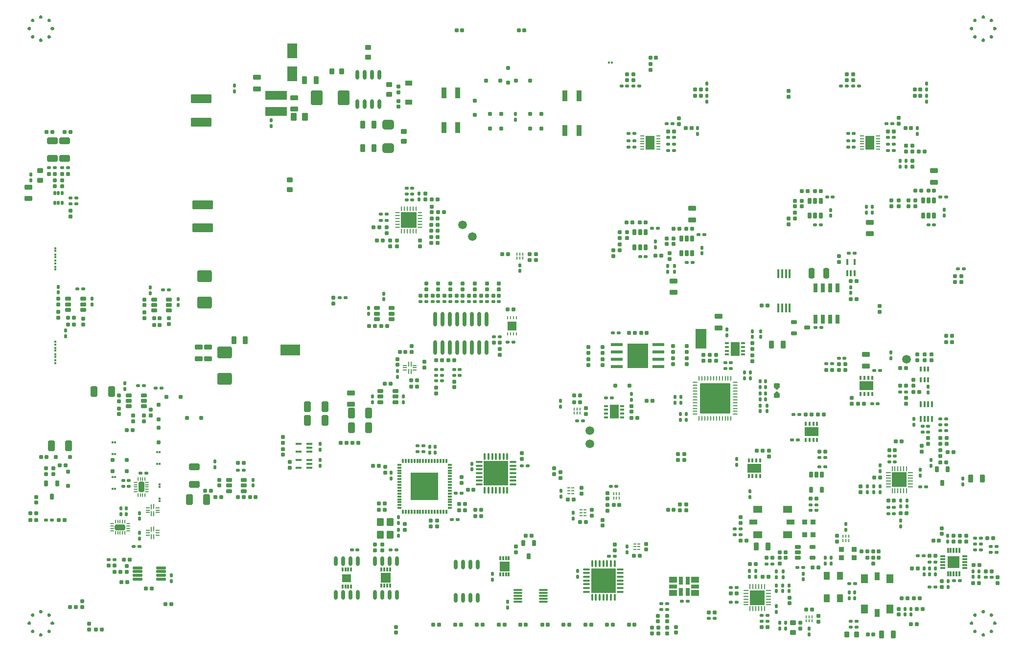
<source format=gbp>
G04*
G04 #@! TF.GenerationSoftware,Altium Limited,Altium Designer,19.1.6 (110)*
G04*
G04 Layer_Color=128*
%FSLAX44Y44*%
%MOMM*%
G71*
G01*
G75*
G04:AMPARAMS|DCode=25|XSize=0.5mm|YSize=0.6mm|CornerRadius=0.05mm|HoleSize=0mm|Usage=FLASHONLY|Rotation=0.000|XOffset=0mm|YOffset=0mm|HoleType=Round|Shape=RoundedRectangle|*
%AMROUNDEDRECTD25*
21,1,0.5000,0.5000,0,0,0.0*
21,1,0.4000,0.6000,0,0,0.0*
1,1,0.1000,0.2000,-0.2500*
1,1,0.1000,-0.2000,-0.2500*
1,1,0.1000,-0.2000,0.2500*
1,1,0.1000,0.2000,0.2500*
%
%ADD25ROUNDEDRECTD25*%
G04:AMPARAMS|DCode=29|XSize=0.5mm|YSize=0.6mm|CornerRadius=0.05mm|HoleSize=0mm|Usage=FLASHONLY|Rotation=270.000|XOffset=0mm|YOffset=0mm|HoleType=Round|Shape=RoundedRectangle|*
%AMROUNDEDRECTD29*
21,1,0.5000,0.5000,0,0,270.0*
21,1,0.4000,0.6000,0,0,270.0*
1,1,0.1000,-0.2500,-0.2000*
1,1,0.1000,-0.2500,0.2000*
1,1,0.1000,0.2500,0.2000*
1,1,0.1000,0.2500,-0.2000*
%
%ADD29ROUNDEDRECTD29*%
%ADD30R,0.3100X0.3000*%
G04:AMPARAMS|DCode=32|XSize=0.6mm|YSize=0.6mm|CornerRadius=0.06mm|HoleSize=0mm|Usage=FLASHONLY|Rotation=90.000|XOffset=0mm|YOffset=0mm|HoleType=Round|Shape=RoundedRectangle|*
%AMROUNDEDRECTD32*
21,1,0.6000,0.4800,0,0,90.0*
21,1,0.4800,0.6000,0,0,90.0*
1,1,0.1200,0.2400,0.2400*
1,1,0.1200,0.2400,-0.2400*
1,1,0.1200,-0.2400,-0.2400*
1,1,0.1200,-0.2400,0.2400*
%
%ADD32ROUNDEDRECTD32*%
%ADD34R,0.3000X0.3100*%
G04:AMPARAMS|DCode=43|XSize=0.6mm|YSize=0.6mm|CornerRadius=0.06mm|HoleSize=0mm|Usage=FLASHONLY|Rotation=180.000|XOffset=0mm|YOffset=0mm|HoleType=Round|Shape=RoundedRectangle|*
%AMROUNDEDRECTD43*
21,1,0.6000,0.4800,0,0,180.0*
21,1,0.4800,0.6000,0,0,180.0*
1,1,0.1200,-0.2400,0.2400*
1,1,0.1200,0.2400,0.2400*
1,1,0.1200,0.2400,-0.2400*
1,1,0.1200,-0.2400,-0.2400*
%
%ADD43ROUNDEDRECTD43*%
G04:AMPARAMS|DCode=49|XSize=1mm|YSize=0.9mm|CornerRadius=0.1125mm|HoleSize=0mm|Usage=FLASHONLY|Rotation=270.000|XOffset=0mm|YOffset=0mm|HoleType=Round|Shape=RoundedRectangle|*
%AMROUNDEDRECTD49*
21,1,1.0000,0.6750,0,0,270.0*
21,1,0.7750,0.9000,0,0,270.0*
1,1,0.2250,-0.3375,-0.3875*
1,1,0.2250,-0.3375,0.3875*
1,1,0.2250,0.3375,0.3875*
1,1,0.2250,0.3375,-0.3875*
%
%ADD49ROUNDEDRECTD49*%
%ADD52R,0.2000X0.8100*%
%ADD53R,0.2000X0.9100*%
G04:AMPARAMS|DCode=55|XSize=1mm|YSize=0.9mm|CornerRadius=0.1125mm|HoleSize=0mm|Usage=FLASHONLY|Rotation=180.000|XOffset=0mm|YOffset=0mm|HoleType=Round|Shape=RoundedRectangle|*
%AMROUNDEDRECTD55*
21,1,1.0000,0.6750,0,0,180.0*
21,1,0.7750,0.9000,0,0,180.0*
1,1,0.2250,-0.3875,0.3375*
1,1,0.2250,0.3875,0.3375*
1,1,0.2250,0.3875,-0.3375*
1,1,0.2250,-0.3875,-0.3375*
%
%ADD55ROUNDEDRECTD55*%
G04:AMPARAMS|DCode=63|XSize=1.4mm|YSize=1mm|CornerRadius=0.125mm|HoleSize=0mm|Usage=FLASHONLY|Rotation=270.000|XOffset=0mm|YOffset=0mm|HoleType=Round|Shape=RoundedRectangle|*
%AMROUNDEDRECTD63*
21,1,1.4000,0.7500,0,0,270.0*
21,1,1.1500,1.0000,0,0,270.0*
1,1,0.2500,-0.3750,-0.5750*
1,1,0.2500,-0.3750,0.5750*
1,1,0.2500,0.3750,0.5750*
1,1,0.2500,0.3750,-0.5750*
%
%ADD63ROUNDEDRECTD63*%
%ADD84R,3.7000X1.6000*%
G04:AMPARAMS|DCode=87|XSize=1.8mm|YSize=1.15mm|CornerRadius=0.1438mm|HoleSize=0mm|Usage=FLASHONLY|Rotation=180.000|XOffset=0mm|YOffset=0mm|HoleType=Round|Shape=RoundedRectangle|*
%AMROUNDEDRECTD87*
21,1,1.8000,0.8625,0,0,180.0*
21,1,1.5125,1.1500,0,0,180.0*
1,1,0.2875,-0.7563,0.4313*
1,1,0.2875,0.7563,0.4313*
1,1,0.2875,0.7563,-0.4313*
1,1,0.2875,-0.7563,-0.4313*
%
%ADD87ROUNDEDRECTD87*%
G04:AMPARAMS|DCode=106|XSize=2.5mm|YSize=2mm|CornerRadius=0.25mm|HoleSize=0mm|Usage=FLASHONLY|Rotation=90.000|XOffset=0mm|YOffset=0mm|HoleType=Round|Shape=RoundedRectangle|*
%AMROUNDEDRECTD106*
21,1,2.5000,1.5000,0,0,90.0*
21,1,2.0000,2.0000,0,0,90.0*
1,1,0.5000,0.7500,1.0000*
1,1,0.5000,0.7500,-1.0000*
1,1,0.5000,-0.7500,-1.0000*
1,1,0.5000,-0.7500,1.0000*
%
%ADD106ROUNDEDRECTD106*%
%ADD107R,3.5000X1.9000*%
%ADD231C,1.5000*%
%ADD282R,1.6500X2.4000*%
%ADD283R,0.7000X0.2500*%
%ADD284R,0.2500X0.5250*%
G04:AMPARAMS|DCode=285|XSize=1.5mm|YSize=0.3mm|CornerRadius=0.0375mm|HoleSize=0mm|Usage=FLASHONLY|Rotation=180.000|XOffset=0mm|YOffset=0mm|HoleType=Round|Shape=RoundedRectangle|*
%AMROUNDEDRECTD285*
21,1,1.5000,0.2250,0,0,180.0*
21,1,1.4250,0.3000,0,0,180.0*
1,1,0.0750,-0.7125,0.1125*
1,1,0.0750,0.7125,0.1125*
1,1,0.0750,0.7125,-0.1125*
1,1,0.0750,-0.7125,-0.1125*
%
%ADD285ROUNDEDRECTD285*%
%ADD286R,0.5250X0.2500*%
G04:AMPARAMS|DCode=287|XSize=0.3mm|YSize=1.15mm|CornerRadius=0.075mm|HoleSize=0mm|Usage=FLASHONLY|Rotation=270.000|XOffset=0mm|YOffset=0mm|HoleType=Round|Shape=RoundedRectangle|*
%AMROUNDEDRECTD287*
21,1,0.3000,1.0000,0,0,270.0*
21,1,0.1500,1.1500,0,0,270.0*
1,1,0.1500,-0.5000,-0.0750*
1,1,0.1500,-0.5000,0.0750*
1,1,0.1500,0.5000,0.0750*
1,1,0.1500,0.5000,-0.0750*
%
%ADD287ROUNDEDRECTD287*%
G04:AMPARAMS|DCode=288|XSize=0.3mm|YSize=1.15mm|CornerRadius=0.075mm|HoleSize=0mm|Usage=FLASHONLY|Rotation=0.000|XOffset=0mm|YOffset=0mm|HoleType=Round|Shape=RoundedRectangle|*
%AMROUNDEDRECTD288*
21,1,0.3000,1.0000,0,0,0.0*
21,1,0.1500,1.1500,0,0,0.0*
1,1,0.1500,0.0750,-0.5000*
1,1,0.1500,-0.0750,-0.5000*
1,1,0.1500,-0.0750,0.5000*
1,1,0.1500,0.0750,0.5000*
%
%ADD288ROUNDEDRECTD288*%
%ADD289R,4.2000X4.2000*%
G04:AMPARAMS|DCode=290|XSize=3.6mm|YSize=1.5mm|CornerRadius=0.1875mm|HoleSize=0mm|Usage=FLASHONLY|Rotation=180.000|XOffset=0mm|YOffset=0mm|HoleType=Round|Shape=RoundedRectangle|*
%AMROUNDEDRECTD290*
21,1,3.6000,1.1250,0,0,180.0*
21,1,3.2250,1.5000,0,0,180.0*
1,1,0.3750,-1.6125,0.5625*
1,1,0.3750,1.6125,0.5625*
1,1,0.3750,1.6125,-0.5625*
1,1,0.3750,-1.6125,-0.5625*
%
%ADD290ROUNDEDRECTD290*%
G04:AMPARAMS|DCode=291|XSize=0.6mm|YSize=0.5mm|CornerRadius=0.05mm|HoleSize=0mm|Usage=FLASHONLY|Rotation=90.000|XOffset=0mm|YOffset=0mm|HoleType=Round|Shape=RoundedRectangle|*
%AMROUNDEDRECTD291*
21,1,0.6000,0.4000,0,0,90.0*
21,1,0.5000,0.5000,0,0,90.0*
1,1,0.1000,0.2000,0.2500*
1,1,0.1000,0.2000,-0.2500*
1,1,0.1000,-0.2000,-0.2500*
1,1,0.1000,-0.2000,0.2500*
%
%ADD291ROUNDEDRECTD291*%
G04:AMPARAMS|DCode=292|XSize=0.55mm|YSize=2.1mm|CornerRadius=0.1375mm|HoleSize=0mm|Usage=FLASHONLY|Rotation=90.000|XOffset=0mm|YOffset=0mm|HoleType=Round|Shape=RoundedRectangle|*
%AMROUNDEDRECTD292*
21,1,0.5500,1.8250,0,0,90.0*
21,1,0.2750,2.1000,0,0,90.0*
1,1,0.2750,0.9125,0.1375*
1,1,0.2750,0.9125,-0.1375*
1,1,0.2750,-0.9125,-0.1375*
1,1,0.2750,-0.9125,0.1375*
%
%ADD292ROUNDEDRECTD292*%
%ADD293R,3.6000X4.2000*%
G04:AMPARAMS|DCode=294|XSize=0.6mm|YSize=0.7mm|CornerRadius=0.075mm|HoleSize=0mm|Usage=FLASHONLY|Rotation=0.000|XOffset=0mm|YOffset=0mm|HoleType=Round|Shape=RoundedRectangle|*
%AMROUNDEDRECTD294*
21,1,0.6000,0.5500,0,0,0.0*
21,1,0.4500,0.7000,0,0,0.0*
1,1,0.1500,0.2250,-0.2750*
1,1,0.1500,-0.2250,-0.2750*
1,1,0.1500,-0.2250,0.2750*
1,1,0.1500,0.2250,0.2750*
%
%ADD294ROUNDEDRECTD294*%
G04:AMPARAMS|DCode=295|XSize=0.9mm|YSize=0.9mm|CornerRadius=0.1125mm|HoleSize=0mm|Usage=FLASHONLY|Rotation=270.000|XOffset=0mm|YOffset=0mm|HoleType=Round|Shape=RoundedRectangle|*
%AMROUNDEDRECTD295*
21,1,0.9000,0.6750,0,0,270.0*
21,1,0.6750,0.9000,0,0,270.0*
1,1,0.2250,-0.3375,-0.3375*
1,1,0.2250,-0.3375,0.3375*
1,1,0.2250,0.3375,0.3375*
1,1,0.2250,0.3375,-0.3375*
%
%ADD295ROUNDEDRECTD295*%
G04:AMPARAMS|DCode=296|XSize=0.6mm|YSize=1mm|CornerRadius=0.075mm|HoleSize=0mm|Usage=FLASHONLY|Rotation=0.000|XOffset=0mm|YOffset=0mm|HoleType=Round|Shape=RoundedRectangle|*
%AMROUNDEDRECTD296*
21,1,0.6000,0.8500,0,0,0.0*
21,1,0.4500,1.0000,0,0,0.0*
1,1,0.1500,0.2250,-0.4250*
1,1,0.1500,-0.2250,-0.4250*
1,1,0.1500,-0.2250,0.4250*
1,1,0.1500,0.2250,0.4250*
%
%ADD296ROUNDEDRECTD296*%
G04:AMPARAMS|DCode=297|XSize=5.3mm|YSize=5.3mm|CornerRadius=0.265mm|HoleSize=0mm|Usage=FLASHONLY|Rotation=270.000|XOffset=0mm|YOffset=0mm|HoleType=Round|Shape=RoundedRectangle|*
%AMROUNDEDRECTD297*
21,1,5.3000,4.7700,0,0,270.0*
21,1,4.7700,5.3000,0,0,270.0*
1,1,0.5300,-2.3850,-2.3850*
1,1,0.5300,-2.3850,2.3850*
1,1,0.5300,2.3850,2.3850*
1,1,0.5300,2.3850,-2.3850*
%
%ADD297ROUNDEDRECTD297*%
G04:AMPARAMS|DCode=298|XSize=0.85mm|YSize=0.25mm|CornerRadius=0.0625mm|HoleSize=0mm|Usage=FLASHONLY|Rotation=270.000|XOffset=0mm|YOffset=0mm|HoleType=Round|Shape=RoundedRectangle|*
%AMROUNDEDRECTD298*
21,1,0.8500,0.1250,0,0,270.0*
21,1,0.7250,0.2500,0,0,270.0*
1,1,0.1250,-0.0625,-0.3625*
1,1,0.1250,-0.0625,0.3625*
1,1,0.1250,0.0625,0.3625*
1,1,0.1250,0.0625,-0.3625*
%
%ADD298ROUNDEDRECTD298*%
G04:AMPARAMS|DCode=299|XSize=0.85mm|YSize=0.25mm|CornerRadius=0.0625mm|HoleSize=0mm|Usage=FLASHONLY|Rotation=0.000|XOffset=0mm|YOffset=0mm|HoleType=Round|Shape=RoundedRectangle|*
%AMROUNDEDRECTD299*
21,1,0.8500,0.1250,0,0,0.0*
21,1,0.7250,0.2500,0,0,0.0*
1,1,0.1250,0.3625,-0.0625*
1,1,0.1250,-0.3625,-0.0625*
1,1,0.1250,-0.3625,0.0625*
1,1,0.1250,0.3625,0.0625*
%
%ADD299ROUNDEDRECTD299*%
%ADD300R,1.6000X2.3500*%
%ADD301R,0.7000X0.3000*%
G04:AMPARAMS|DCode=302|XSize=1.3mm|YSize=0.8mm|CornerRadius=0.1mm|HoleSize=0mm|Usage=FLASHONLY|Rotation=180.000|XOffset=0mm|YOffset=0mm|HoleType=Round|Shape=RoundedRectangle|*
%AMROUNDEDRECTD302*
21,1,1.3000,0.6000,0,0,180.0*
21,1,1.1000,0.8000,0,0,180.0*
1,1,0.2000,-0.5500,0.3000*
1,1,0.2000,0.5500,0.3000*
1,1,0.2000,0.5500,-0.3000*
1,1,0.2000,-0.5500,-0.3000*
%
%ADD302ROUNDEDRECTD302*%
G04:AMPARAMS|DCode=303|XSize=1.3mm|YSize=0.8mm|CornerRadius=0.1mm|HoleSize=0mm|Usage=FLASHONLY|Rotation=90.000|XOffset=0mm|YOffset=0mm|HoleType=Round|Shape=RoundedRectangle|*
%AMROUNDEDRECTD303*
21,1,1.3000,0.6000,0,0,90.0*
21,1,1.1000,0.8000,0,0,90.0*
1,1,0.2000,0.3000,0.5500*
1,1,0.2000,0.3000,-0.5500*
1,1,0.2000,-0.3000,-0.5500*
1,1,0.2000,-0.3000,0.5500*
%
%ADD303ROUNDEDRECTD303*%
%ADD304R,2.3500X1.6000*%
%ADD305R,0.3000X0.7000*%
%ADD306R,1.3500X1.0000*%
%ADD307R,0.7000X1.3500*%
%ADD308R,1.3500X0.7000*%
%ADD309R,2.5000X2.5000*%
%ADD310O,0.2500X0.9000*%
%ADD311O,0.9000X0.2500*%
%ADD312R,1.4000X0.9000*%
%ADD313R,1.5000X1.2000*%
%ADD314R,0.7700X0.2000*%
G04:AMPARAMS|DCode=315|XSize=0.6mm|YSize=0.2mm|CornerRadius=0.075mm|HoleSize=0mm|Usage=FLASHONLY|Rotation=90.000|XOffset=0mm|YOffset=0mm|HoleType=Round|Shape=RoundedRectangle|*
%AMROUNDEDRECTD315*
21,1,0.6000,0.0500,0,0,90.0*
21,1,0.4500,0.2000,0,0,90.0*
1,1,0.1500,0.0250,0.2250*
1,1,0.1500,0.0250,-0.2250*
1,1,0.1500,-0.0250,-0.2250*
1,1,0.1500,-0.0250,0.2250*
%
%ADD315ROUNDEDRECTD315*%
G04:AMPARAMS|DCode=316|XSize=0.6mm|YSize=0.2mm|CornerRadius=0.05mm|HoleSize=0mm|Usage=FLASHONLY|Rotation=180.000|XOffset=0mm|YOffset=0mm|HoleType=Round|Shape=RoundedRectangle|*
%AMROUNDEDRECTD316*
21,1,0.6000,0.1000,0,0,180.0*
21,1,0.5000,0.2000,0,0,180.0*
1,1,0.1000,-0.2500,0.0500*
1,1,0.1000,0.2500,0.0500*
1,1,0.1000,0.2500,-0.0500*
1,1,0.1000,-0.2500,-0.0500*
%
%ADD316ROUNDEDRECTD316*%
G04:AMPARAMS|DCode=317|XSize=0.6mm|YSize=0.2mm|CornerRadius=0.075mm|HoleSize=0mm|Usage=FLASHONLY|Rotation=180.000|XOffset=0mm|YOffset=0mm|HoleType=Round|Shape=RoundedRectangle|*
%AMROUNDEDRECTD317*
21,1,0.6000,0.0500,0,0,180.0*
21,1,0.4500,0.2000,0,0,180.0*
1,1,0.1500,-0.2250,0.0250*
1,1,0.1500,0.2250,0.0250*
1,1,0.1500,0.2250,-0.0250*
1,1,0.1500,-0.2250,-0.0250*
%
%ADD317ROUNDEDRECTD317*%
G04:AMPARAMS|DCode=318|XSize=0.2mm|YSize=0.6mm|CornerRadius=0.075mm|HoleSize=0mm|Usage=FLASHONLY|Rotation=180.000|XOffset=0mm|YOffset=0mm|HoleType=Round|Shape=RoundedRectangle|*
%AMROUNDEDRECTD318*
21,1,0.2000,0.4500,0,0,180.0*
21,1,0.0500,0.6000,0,0,180.0*
1,1,0.1500,-0.0250,0.2250*
1,1,0.1500,0.0250,0.2250*
1,1,0.1500,0.0250,-0.2250*
1,1,0.1500,-0.0250,-0.2250*
%
%ADD318ROUNDEDRECTD318*%
G04:AMPARAMS|DCode=319|XSize=1mm|YSize=1.8mm|CornerRadius=0.25mm|HoleSize=0mm|Usage=FLASHONLY|Rotation=180.000|XOffset=0mm|YOffset=0mm|HoleType=Round|Shape=RoundedRectangle|*
%AMROUNDEDRECTD319*
21,1,1.0000,1.3000,0,0,180.0*
21,1,0.5000,1.8000,0,0,180.0*
1,1,0.5000,-0.2500,0.6500*
1,1,0.5000,0.2500,0.6500*
1,1,0.5000,0.2500,-0.6500*
1,1,0.5000,-0.2500,-0.6500*
%
%ADD319ROUNDEDRECTD319*%
G04:AMPARAMS|DCode=320|XSize=0.2mm|YSize=0.6mm|CornerRadius=0.075mm|HoleSize=0mm|Usage=FLASHONLY|Rotation=90.000|XOffset=0mm|YOffset=0mm|HoleType=Round|Shape=RoundedRectangle|*
%AMROUNDEDRECTD320*
21,1,0.2000,0.4500,0,0,90.0*
21,1,0.0500,0.6000,0,0,90.0*
1,1,0.1500,0.2250,0.0250*
1,1,0.1500,0.2250,-0.0250*
1,1,0.1500,-0.2250,-0.0250*
1,1,0.1500,-0.2250,0.0250*
%
%ADD320ROUNDEDRECTD320*%
G04:AMPARAMS|DCode=321|XSize=1mm|YSize=1.8mm|CornerRadius=0.25mm|HoleSize=0mm|Usage=FLASHONLY|Rotation=90.000|XOffset=0mm|YOffset=0mm|HoleType=Round|Shape=RoundedRectangle|*
%AMROUNDEDRECTD321*
21,1,1.0000,1.3000,0,0,90.0*
21,1,0.5000,1.8000,0,0,90.0*
1,1,0.5000,0.6500,0.2500*
1,1,0.5000,0.6500,-0.2500*
1,1,0.5000,-0.6500,-0.2500*
1,1,0.5000,-0.6500,0.2500*
%
%ADD321ROUNDEDRECTD321*%
G04:AMPARAMS|DCode=322|XSize=0.6mm|YSize=0.2mm|CornerRadius=0.05mm|HoleSize=0mm|Usage=FLASHONLY|Rotation=90.000|XOffset=0mm|YOffset=0mm|HoleType=Round|Shape=RoundedRectangle|*
%AMROUNDEDRECTD322*
21,1,0.6000,0.1000,0,0,90.0*
21,1,0.5000,0.2000,0,0,90.0*
1,1,0.1000,0.0500,0.2500*
1,1,0.1000,0.0500,-0.2500*
1,1,0.1000,-0.0500,-0.2500*
1,1,0.1000,-0.0500,0.2500*
%
%ADD322ROUNDEDRECTD322*%
%ADD323R,0.7500X0.2200*%
%ADD324R,0.2200X0.8100*%
%ADD325R,0.2200X0.9100*%
G04:AMPARAMS|DCode=326|XSize=1.7mm|YSize=0.45mm|CornerRadius=0.1125mm|HoleSize=0mm|Usage=FLASHONLY|Rotation=180.000|XOffset=0mm|YOffset=0mm|HoleType=Round|Shape=RoundedRectangle|*
%AMROUNDEDRECTD326*
21,1,1.7000,0.2250,0,0,180.0*
21,1,1.4750,0.4500,0,0,180.0*
1,1,0.2250,-0.7375,0.1125*
1,1,0.2250,0.7375,0.1125*
1,1,0.2250,0.7375,-0.1125*
1,1,0.2250,-0.7375,-0.1125*
%
%ADD326ROUNDEDRECTD326*%
G04:AMPARAMS|DCode=327|XSize=1.8mm|YSize=1.15mm|CornerRadius=0.1438mm|HoleSize=0mm|Usage=FLASHONLY|Rotation=270.000|XOffset=0mm|YOffset=0mm|HoleType=Round|Shape=RoundedRectangle|*
%AMROUNDEDRECTD327*
21,1,1.8000,0.8625,0,0,270.0*
21,1,1.5125,1.1500,0,0,270.0*
1,1,0.2875,-0.4313,-0.7563*
1,1,0.2875,-0.4313,0.7563*
1,1,0.2875,0.4313,0.7563*
1,1,0.2875,0.4313,-0.7563*
%
%ADD327ROUNDEDRECTD327*%
G04:AMPARAMS|DCode=328|XSize=0.6mm|YSize=0.7mm|CornerRadius=0.075mm|HoleSize=0mm|Usage=FLASHONLY|Rotation=270.000|XOffset=0mm|YOffset=0mm|HoleType=Round|Shape=RoundedRectangle|*
%AMROUNDEDRECTD328*
21,1,0.6000,0.5500,0,0,270.0*
21,1,0.4500,0.7000,0,0,270.0*
1,1,0.1500,-0.2750,-0.2250*
1,1,0.1500,-0.2750,0.2250*
1,1,0.1500,0.2750,0.2250*
1,1,0.1500,0.2750,-0.2250*
%
%ADD328ROUNDEDRECTD328*%
%ADD329R,0.3500X1.5000*%
G04:AMPARAMS|DCode=330|XSize=2.5mm|YSize=2mm|CornerRadius=0.25mm|HoleSize=0mm|Usage=FLASHONLY|Rotation=180.000|XOffset=0mm|YOffset=0mm|HoleType=Round|Shape=RoundedRectangle|*
%AMROUNDEDRECTD330*
21,1,2.5000,1.5000,0,0,180.0*
21,1,2.0000,2.0000,0,0,180.0*
1,1,0.5000,-1.0000,0.7500*
1,1,0.5000,1.0000,0.7500*
1,1,0.5000,1.0000,-0.7500*
1,1,0.5000,-1.0000,-0.7500*
%
%ADD330ROUNDEDRECTD330*%
G04:AMPARAMS|DCode=331|XSize=0.6mm|YSize=1mm|CornerRadius=0.075mm|HoleSize=0mm|Usage=FLASHONLY|Rotation=90.000|XOffset=0mm|YOffset=0mm|HoleType=Round|Shape=RoundedRectangle|*
%AMROUNDEDRECTD331*
21,1,0.6000,0.8500,0,0,90.0*
21,1,0.4500,1.0000,0,0,90.0*
1,1,0.1500,0.4250,0.2250*
1,1,0.1500,0.4250,-0.2250*
1,1,0.1500,-0.4250,-0.2250*
1,1,0.1500,-0.4250,0.2250*
%
%ADD331ROUNDEDRECTD331*%
G04:AMPARAMS|DCode=332|XSize=1.4mm|YSize=1.2mm|CornerRadius=0.15mm|HoleSize=0mm|Usage=FLASHONLY|Rotation=270.000|XOffset=0mm|YOffset=0mm|HoleType=Round|Shape=RoundedRectangle|*
%AMROUNDEDRECTD332*
21,1,1.4000,0.9000,0,0,270.0*
21,1,1.1000,1.2000,0,0,270.0*
1,1,0.3000,-0.4500,-0.5500*
1,1,0.3000,-0.4500,0.5500*
1,1,0.3000,0.4500,0.5500*
1,1,0.3000,0.4500,-0.5500*
%
%ADD332ROUNDEDRECTD332*%
%ADD333O,0.6000X1.7000*%
%ADD334R,1.7000X1.7000*%
%ADD335R,0.3000X0.6500*%
G04:AMPARAMS|DCode=336|XSize=0.3mm|YSize=0.7mm|CornerRadius=0.075mm|HoleSize=0mm|Usage=FLASHONLY|Rotation=270.000|XOffset=0mm|YOffset=0mm|HoleType=Round|Shape=RoundedRectangle|*
%AMROUNDEDRECTD336*
21,1,0.3000,0.5500,0,0,270.0*
21,1,0.1500,0.7000,0,0,270.0*
1,1,0.1500,-0.2750,-0.0750*
1,1,0.1500,-0.2750,0.0750*
1,1,0.1500,0.2750,0.0750*
1,1,0.1500,0.2750,-0.0750*
%
%ADD336ROUNDEDRECTD336*%
G04:AMPARAMS|DCode=337|XSize=0.3mm|YSize=0.7mm|CornerRadius=0.075mm|HoleSize=0mm|Usage=FLASHONLY|Rotation=0.000|XOffset=0mm|YOffset=0mm|HoleType=Round|Shape=RoundedRectangle|*
%AMROUNDEDRECTD337*
21,1,0.3000,0.5500,0,0,0.0*
21,1,0.1500,0.7000,0,0,0.0*
1,1,0.1500,0.0750,-0.2750*
1,1,0.1500,-0.0750,-0.2750*
1,1,0.1500,-0.0750,0.2750*
1,1,0.1500,0.0750,0.2750*
%
%ADD337ROUNDEDRECTD337*%
%ADD338R,4.7000X4.7000*%
%ADD339R,0.3000X0.7000*%
%ADD340R,1.6000X1.4000*%
G04:AMPARAMS|DCode=341|XSize=0.45mm|YSize=0.7mm|CornerRadius=0.0563mm|HoleSize=0mm|Usage=FLASHONLY|Rotation=180.000|XOffset=0mm|YOffset=0mm|HoleType=Round|Shape=RoundedRectangle|*
%AMROUNDEDRECTD341*
21,1,0.4500,0.5875,0,0,180.0*
21,1,0.3375,0.7000,0,0,180.0*
1,1,0.1125,-0.1688,0.2938*
1,1,0.1125,0.1688,0.2938*
1,1,0.1125,0.1688,-0.2938*
1,1,0.1125,-0.1688,-0.2938*
%
%ADD341ROUNDEDRECTD341*%
%ADD342R,0.4000X1.0000*%
%ADD343R,2.1000X2.1000*%
%ADD344R,0.8500X0.3000*%
%ADD345R,0.3000X0.8500*%
%ADD346R,0.4000X0.8500*%
%ADD347R,1.7000X2.5000*%
G04:AMPARAMS|DCode=348|XSize=1.7mm|YSize=2mm|CornerRadius=0.425mm|HoleSize=0mm|Usage=FLASHONLY|Rotation=90.000|XOffset=0mm|YOffset=0mm|HoleType=Round|Shape=RoundedRectangle|*
%AMROUNDEDRECTD348*
21,1,1.7000,1.1500,0,0,90.0*
21,1,0.8500,2.0000,0,0,90.0*
1,1,0.8500,0.5750,0.4250*
1,1,0.8500,0.5750,-0.4250*
1,1,0.8500,-0.5750,-0.4250*
1,1,0.8500,-0.5750,0.4250*
%
%ADD348ROUNDEDRECTD348*%
%ADD349R,1.2000X1.5000*%
%ADD350R,0.9000X1.4000*%
%ADD351R,1.0000X1.3500*%
G04:AMPARAMS|DCode=352|XSize=0.9mm|YSize=0.9mm|CornerRadius=0.1125mm|HoleSize=0mm|Usage=FLASHONLY|Rotation=0.000|XOffset=0mm|YOffset=0mm|HoleType=Round|Shape=RoundedRectangle|*
%AMROUNDEDRECTD352*
21,1,0.9000,0.6750,0,0,0.0*
21,1,0.6750,0.9000,0,0,0.0*
1,1,0.2250,0.3375,-0.3375*
1,1,0.2250,-0.3375,-0.3375*
1,1,0.2250,-0.3375,0.3375*
1,1,0.2250,0.3375,0.3375*
%
%ADD352ROUNDEDRECTD352*%
%ADD353R,1.6000X1.6000*%
%ADD354R,0.2500X0.6250*%
%ADD355R,0.9000X1.8400*%
G04:AMPARAMS|DCode=356|XSize=1.22mm|YSize=0.91mm|CornerRadius=0.1138mm|HoleSize=0mm|Usage=FLASHONLY|Rotation=180.000|XOffset=0mm|YOffset=0mm|HoleType=Round|Shape=RoundedRectangle|*
%AMROUNDEDRECTD356*
21,1,1.2200,0.6825,0,0,180.0*
21,1,0.9925,0.9100,0,0,180.0*
1,1,0.2275,-0.4963,0.3413*
1,1,0.2275,0.4963,0.3413*
1,1,0.2275,0.4963,-0.3413*
1,1,0.2275,-0.4963,-0.3413*
%
%ADD356ROUNDEDRECTD356*%
%ADD357O,0.7000X2.5000*%
%ADD358R,0.6500X1.5250*%
%ADD359R,0.3600X1.0000*%
%ADD360R,1.9000X3.5000*%
G04:AMPARAMS|DCode=361|XSize=0.2393mm|YSize=0.7811mm|CornerRadius=0.0598mm|HoleSize=0mm|Usage=FLASHONLY|Rotation=180.000|XOffset=0mm|YOffset=0mm|HoleType=Round|Shape=RoundedRectangle|*
%AMROUNDEDRECTD361*
21,1,0.2393,0.6614,0,0,180.0*
21,1,0.1196,0.7811,0,0,180.0*
1,1,0.1196,-0.0598,0.3307*
1,1,0.1196,0.0598,0.3307*
1,1,0.1196,0.0598,-0.3307*
1,1,0.1196,-0.0598,-0.3307*
%
%ADD361ROUNDEDRECTD361*%
G04:AMPARAMS|DCode=362|XSize=0.7811mm|YSize=0.2393mm|CornerRadius=0.0598mm|HoleSize=0mm|Usage=FLASHONLY|Rotation=180.000|XOffset=0mm|YOffset=0mm|HoleType=Round|Shape=RoundedRectangle|*
%AMROUNDEDRECTD362*
21,1,0.7811,0.1196,0,0,180.0*
21,1,0.6614,0.2393,0,0,180.0*
1,1,0.1196,-0.3307,0.0598*
1,1,0.1196,0.3307,0.0598*
1,1,0.1196,0.3307,-0.0598*
1,1,0.1196,-0.3307,-0.0598*
%
%ADD362ROUNDEDRECTD362*%
%ADD363R,0.7811X0.2393*%
%ADD364R,2.7000X2.7000*%
%ADD365R,1.0000X0.3600*%
G36*
X36699Y57543D02*
X37543Y56699D01*
X38000Y55597D01*
Y55000D01*
Y54403D01*
X37543Y53301D01*
X36699Y52457D01*
X35597Y52000D01*
X34403D01*
X33301Y52457D01*
X32457Y53301D01*
X32000Y54403D01*
Y55000D01*
Y55597D01*
X32457Y56699D01*
X33301Y57543D01*
X34403Y58000D01*
X35597D01*
X36699Y57543D01*
D02*
G37*
G36*
X50841Y51685D02*
X51263Y51263D01*
X51685Y50841D01*
X52142Y49739D01*
Y48545D01*
X51685Y47443D01*
X51263Y47021D01*
X50841Y46599D01*
X49739Y46142D01*
X48545D01*
X47443Y46599D01*
X47021Y47021D01*
X46599Y47443D01*
X46142Y48545D01*
Y49739D01*
X46599Y50841D01*
X47021Y51263D01*
X47443Y51685D01*
X48545Y52142D01*
X49739D01*
X50841Y51685D01*
D02*
G37*
G36*
X22557D02*
X22979Y51263D01*
X23401Y50841D01*
X23858Y49739D01*
Y48545D01*
X23401Y47443D01*
X22979Y47021D01*
X22557Y46599D01*
X21455Y46142D01*
X20261D01*
X19159Y46599D01*
X18736Y47021D01*
X18315Y47443D01*
X17858Y48545D01*
Y49739D01*
X18315Y50841D01*
X18736Y51263D01*
X19159Y51685D01*
X20261Y52142D01*
X21455D01*
X22557Y51685D01*
D02*
G37*
G36*
X56699Y37543D02*
X57543Y36699D01*
X58000Y35597D01*
Y35000D01*
Y34403D01*
X57543Y33301D01*
X56699Y32457D01*
X55597Y32000D01*
X54403D01*
X53301Y32457D01*
X52457Y33301D01*
X52000Y34403D01*
Y35000D01*
Y35597D01*
X52457Y36699D01*
X53301Y37543D01*
X54403Y38000D01*
X55597D01*
X56699Y37543D01*
D02*
G37*
G36*
X16699D02*
X17543Y36699D01*
X18000Y35597D01*
Y35000D01*
Y34403D01*
X17543Y33301D01*
X16699Y32457D01*
X15597Y32000D01*
X14403D01*
X13301Y32457D01*
X12457Y33301D01*
X12000Y34403D01*
Y35000D01*
Y35597D01*
X12457Y36699D01*
X13301Y37543D01*
X14403Y38000D01*
X15597D01*
X16699Y37543D01*
D02*
G37*
G36*
X50841Y23401D02*
X51263Y22979D01*
X51685Y22557D01*
X52142Y21455D01*
Y20261D01*
X51685Y19159D01*
X51263Y18736D01*
X50841Y18315D01*
X49739Y17858D01*
X48545D01*
X47443Y18315D01*
X47021Y18736D01*
X46599Y19159D01*
X46142Y20261D01*
Y21455D01*
X46599Y22557D01*
X47021Y22979D01*
X47443Y23401D01*
X48545Y23858D01*
X49739D01*
X50841Y23401D01*
D02*
G37*
G36*
X22557D02*
X22979Y22979D01*
X23401Y22557D01*
X23858Y21455D01*
Y20261D01*
X23401Y19159D01*
X22979Y18736D01*
X22557Y18315D01*
X21455Y17858D01*
X20261D01*
X19159Y18315D01*
X18736Y18736D01*
X18315Y19159D01*
X17858Y20261D01*
Y21455D01*
X18315Y22557D01*
X18736Y22979D01*
X19159Y23401D01*
X20261Y23858D01*
X21455D01*
X22557Y23401D01*
D02*
G37*
G36*
X36699Y17543D02*
X37543Y16699D01*
X38000Y15597D01*
Y15000D01*
Y14403D01*
X37543Y13301D01*
X36699Y12457D01*
X35597Y12000D01*
X34403D01*
X33301Y12457D01*
X32457Y13301D01*
X32000Y14403D01*
Y15000D01*
Y15597D01*
X32457Y16699D01*
X33301Y17543D01*
X34403Y18000D01*
X35597D01*
X36699Y17543D01*
D02*
G37*
G36*
Y1087543D02*
X37543Y1086699D01*
X38000Y1085597D01*
Y1085000D01*
Y1084403D01*
X37543Y1083301D01*
X36699Y1082457D01*
X35597Y1082000D01*
X34403D01*
X33301Y1082457D01*
X32457Y1083301D01*
X32000Y1084403D01*
Y1085000D01*
Y1085597D01*
X32457Y1086699D01*
X33301Y1087543D01*
X34403Y1088000D01*
X35597D01*
X36699Y1087543D01*
D02*
G37*
G36*
X50841Y1081685D02*
X51263Y1081264D01*
X51685Y1080842D01*
X52142Y1079739D01*
Y1078545D01*
X51685Y1077443D01*
X51263Y1077021D01*
X50841Y1076599D01*
X49739Y1076142D01*
X48545D01*
X47443Y1076599D01*
X47021Y1077021D01*
X46599Y1077443D01*
X46142Y1078545D01*
Y1079739D01*
X46599Y1080842D01*
X47021Y1081264D01*
X47443Y1081685D01*
X48545Y1082142D01*
X49739D01*
X50841Y1081685D01*
D02*
G37*
G36*
X22557D02*
X22979Y1081264D01*
X23401Y1080842D01*
X23858Y1079739D01*
Y1078545D01*
X23401Y1077443D01*
X22979Y1077021D01*
X22557Y1076599D01*
X21455Y1076142D01*
X20261D01*
X19159Y1076599D01*
X18736Y1077021D01*
X18315Y1077443D01*
X17858Y1078545D01*
Y1079739D01*
X18315Y1080842D01*
X18736Y1081264D01*
X19159Y1081685D01*
X20261Y1082142D01*
X21455D01*
X22557Y1081685D01*
D02*
G37*
G36*
X56699Y1067543D02*
X57543Y1066699D01*
X58000Y1065597D01*
Y1065000D01*
Y1064403D01*
X57543Y1063301D01*
X56699Y1062457D01*
X55597Y1062000D01*
X54403D01*
X53301Y1062457D01*
X52457Y1063301D01*
X52000Y1064403D01*
Y1065000D01*
Y1065597D01*
X52457Y1066699D01*
X53301Y1067543D01*
X54403Y1068000D01*
X55597D01*
X56699Y1067543D01*
D02*
G37*
G36*
X16699D02*
X17543Y1066699D01*
X18000Y1065597D01*
Y1065000D01*
Y1064403D01*
X17543Y1063301D01*
X16699Y1062457D01*
X15597Y1062000D01*
X14403D01*
X13301Y1062457D01*
X12457Y1063301D01*
X12000Y1064403D01*
Y1065000D01*
Y1065597D01*
X12457Y1066699D01*
X13301Y1067543D01*
X14403Y1068000D01*
X15597D01*
X16699Y1067543D01*
D02*
G37*
G36*
X50841Y1053401D02*
X51263Y1052979D01*
X51685Y1052557D01*
X52142Y1051455D01*
Y1050261D01*
X51685Y1049158D01*
X51263Y1048736D01*
X50841Y1048315D01*
X49739Y1047858D01*
X48545D01*
X47443Y1048315D01*
X47021Y1048736D01*
X46599Y1049158D01*
X46142Y1050261D01*
Y1051455D01*
X46599Y1052557D01*
X47021Y1052979D01*
X47443Y1053401D01*
X48545Y1053858D01*
X49739D01*
X50841Y1053401D01*
D02*
G37*
G36*
X22557D02*
X22979Y1052979D01*
X23401Y1052557D01*
X23858Y1051455D01*
Y1050261D01*
X23401Y1049158D01*
X22979Y1048736D01*
X22557Y1048315D01*
X21455Y1047858D01*
X20261D01*
X19159Y1048315D01*
X18736Y1048736D01*
X18315Y1049158D01*
X17858Y1050261D01*
Y1051455D01*
X18315Y1052557D01*
X18736Y1052979D01*
X19159Y1053401D01*
X20261Y1053858D01*
X21455D01*
X22557Y1053401D01*
D02*
G37*
G36*
X36699Y1047543D02*
X37543Y1046699D01*
X38000Y1045597D01*
Y1045000D01*
Y1044403D01*
X37543Y1043301D01*
X36699Y1042457D01*
X35597Y1042000D01*
X34403D01*
X33301Y1042457D01*
X32457Y1043301D01*
X32000Y1044403D01*
Y1045000D01*
Y1045597D01*
X32457Y1046699D01*
X33301Y1047543D01*
X34403Y1048000D01*
X35597D01*
X36699Y1047543D01*
D02*
G37*
G36*
X1666699Y57543D02*
X1667543Y56699D01*
X1668000Y55597D01*
Y55000D01*
Y54403D01*
X1667543Y53301D01*
X1666699Y52457D01*
X1665597Y52000D01*
X1664403D01*
X1663301Y52457D01*
X1662457Y53301D01*
X1662000Y54403D01*
Y55000D01*
Y55597D01*
X1662457Y56699D01*
X1663301Y57543D01*
X1664403Y58000D01*
X1665597D01*
X1666699Y57543D01*
D02*
G37*
G36*
X1680842Y51685D02*
X1681263Y51263D01*
X1681685Y50841D01*
X1682142Y49739D01*
Y48545D01*
X1681685Y47443D01*
X1681263Y47021D01*
X1680842Y46599D01*
X1679739Y46142D01*
X1678545D01*
X1677443Y46599D01*
X1677021Y47021D01*
X1676599Y47443D01*
X1676142Y48545D01*
Y49739D01*
X1676599Y50841D01*
X1677021Y51263D01*
X1677443Y51685D01*
X1678545Y52142D01*
X1679739D01*
X1680842Y51685D01*
D02*
G37*
G36*
X1652557D02*
X1652979Y51263D01*
X1653401Y50841D01*
X1653858Y49739D01*
Y48545D01*
X1653401Y47443D01*
X1652979Y47021D01*
X1652557Y46599D01*
X1651455Y46142D01*
X1650261D01*
X1649158Y46599D01*
X1648737Y47021D01*
X1648315Y47443D01*
X1647858Y48545D01*
Y49739D01*
X1648315Y50841D01*
X1648737Y51263D01*
X1649158Y51685D01*
X1650261Y52142D01*
X1651455D01*
X1652557Y51685D01*
D02*
G37*
G36*
X1686699Y37543D02*
X1687543Y36699D01*
X1688000Y35597D01*
Y35000D01*
Y34403D01*
X1687543Y33301D01*
X1686699Y32457D01*
X1685597Y32000D01*
X1684403D01*
X1683301Y32457D01*
X1682457Y33301D01*
X1682000Y34403D01*
Y35000D01*
Y35597D01*
X1682457Y36699D01*
X1683301Y37543D01*
X1684403Y38000D01*
X1685597D01*
X1686699Y37543D01*
D02*
G37*
G36*
X1646699D02*
X1647543Y36699D01*
X1648000Y35597D01*
Y35000D01*
Y34403D01*
X1647543Y33301D01*
X1646699Y32457D01*
X1645597Y32000D01*
X1644403D01*
X1643301Y32457D01*
X1642457Y33301D01*
X1642000Y34403D01*
Y35000D01*
Y35597D01*
X1642457Y36699D01*
X1643301Y37543D01*
X1644403Y38000D01*
X1645597D01*
X1646699Y37543D01*
D02*
G37*
G36*
X1680842Y23401D02*
X1681263Y22979D01*
X1681685Y22557D01*
X1682142Y21455D01*
Y20261D01*
X1681685Y19159D01*
X1681263Y18736D01*
X1680842Y18315D01*
X1679739Y17858D01*
X1678545D01*
X1677443Y18315D01*
X1677021Y18736D01*
X1676599Y19159D01*
X1676142Y20261D01*
Y21455D01*
X1676599Y22557D01*
X1677021Y22979D01*
X1677443Y23401D01*
X1678545Y23858D01*
X1679739D01*
X1680842Y23401D01*
D02*
G37*
G36*
X1652557D02*
X1652979Y22979D01*
X1653401Y22557D01*
X1653858Y21455D01*
Y20261D01*
X1653401Y19159D01*
X1652979Y18736D01*
X1652557Y18315D01*
X1651455Y17858D01*
X1650261D01*
X1649158Y18315D01*
X1648737Y18736D01*
X1648315Y19159D01*
X1647858Y20261D01*
Y21455D01*
X1648315Y22557D01*
X1648737Y22979D01*
X1649158Y23401D01*
X1650261Y23858D01*
X1651455D01*
X1652557Y23401D01*
D02*
G37*
G36*
X1666699Y17543D02*
X1667543Y16699D01*
X1668000Y15597D01*
Y15000D01*
Y14403D01*
X1667543Y13301D01*
X1666699Y12457D01*
X1665597Y12000D01*
X1664403D01*
X1663301Y12457D01*
X1662457Y13301D01*
X1662000Y14403D01*
Y15000D01*
Y15597D01*
X1662457Y16699D01*
X1663301Y17543D01*
X1664403Y18000D01*
X1665597D01*
X1666699Y17543D01*
D02*
G37*
G36*
Y1087543D02*
X1667543Y1086699D01*
X1668000Y1085597D01*
Y1085000D01*
Y1084403D01*
X1667543Y1083301D01*
X1666699Y1082457D01*
X1665597Y1082000D01*
X1664403D01*
X1663301Y1082457D01*
X1662457Y1083301D01*
X1662000Y1084403D01*
Y1085000D01*
Y1085597D01*
X1662457Y1086699D01*
X1663301Y1087543D01*
X1664403Y1088000D01*
X1665597D01*
X1666699Y1087543D01*
D02*
G37*
G36*
X1680842Y1081685D02*
X1681263Y1081264D01*
X1681685Y1080842D01*
X1682142Y1079739D01*
Y1078545D01*
X1681685Y1077443D01*
X1681263Y1077021D01*
X1680842Y1076599D01*
X1679739Y1076142D01*
X1678545D01*
X1677443Y1076599D01*
X1677021Y1077021D01*
X1676599Y1077443D01*
X1676142Y1078545D01*
Y1079739D01*
X1676599Y1080842D01*
X1677021Y1081264D01*
X1677443Y1081685D01*
X1678545Y1082142D01*
X1679739D01*
X1680842Y1081685D01*
D02*
G37*
G36*
X1652557D02*
X1652979Y1081264D01*
X1653401Y1080842D01*
X1653858Y1079739D01*
Y1078545D01*
X1653401Y1077443D01*
X1652979Y1077021D01*
X1652557Y1076599D01*
X1651455Y1076142D01*
X1650261D01*
X1649158Y1076599D01*
X1648737Y1077021D01*
X1648315Y1077443D01*
X1647858Y1078545D01*
Y1079739D01*
X1648315Y1080842D01*
X1648737Y1081264D01*
X1649158Y1081685D01*
X1650261Y1082142D01*
X1651455D01*
X1652557Y1081685D01*
D02*
G37*
G36*
X1686699Y1067543D02*
X1687543Y1066699D01*
X1688000Y1065597D01*
Y1065000D01*
Y1064403D01*
X1687543Y1063301D01*
X1686699Y1062457D01*
X1685597Y1062000D01*
X1684403D01*
X1683301Y1062457D01*
X1682457Y1063301D01*
X1682000Y1064403D01*
Y1065000D01*
Y1065597D01*
X1682457Y1066699D01*
X1683301Y1067543D01*
X1684403Y1068000D01*
X1685597D01*
X1686699Y1067543D01*
D02*
G37*
G36*
X1646699D02*
X1647543Y1066699D01*
X1648000Y1065597D01*
Y1065000D01*
Y1064403D01*
X1647543Y1063301D01*
X1646699Y1062457D01*
X1645597Y1062000D01*
X1644403D01*
X1643301Y1062457D01*
X1642457Y1063301D01*
X1642000Y1064403D01*
Y1065000D01*
Y1065597D01*
X1642457Y1066699D01*
X1643301Y1067543D01*
X1644403Y1068000D01*
X1645597D01*
X1646699Y1067543D01*
D02*
G37*
G36*
X1680842Y1053401D02*
X1681263Y1052979D01*
X1681685Y1052557D01*
X1682142Y1051455D01*
Y1050261D01*
X1681685Y1049158D01*
X1681263Y1048736D01*
X1680842Y1048315D01*
X1679739Y1047858D01*
X1678545D01*
X1677443Y1048315D01*
X1677021Y1048736D01*
X1676599Y1049158D01*
X1676142Y1050261D01*
Y1051455D01*
X1676599Y1052557D01*
X1677021Y1052979D01*
X1677443Y1053401D01*
X1678545Y1053858D01*
X1679739D01*
X1680842Y1053401D01*
D02*
G37*
G36*
X1652557D02*
X1652979Y1052979D01*
X1653401Y1052557D01*
X1653858Y1051455D01*
Y1050261D01*
X1653401Y1049158D01*
X1652979Y1048736D01*
X1652557Y1048315D01*
X1651455Y1047858D01*
X1650261D01*
X1649158Y1048315D01*
X1648737Y1048736D01*
X1648315Y1049158D01*
X1647858Y1050261D01*
Y1051455D01*
X1648315Y1052557D01*
X1648737Y1052979D01*
X1649158Y1053401D01*
X1650261Y1053858D01*
X1651455D01*
X1652557Y1053401D01*
D02*
G37*
G36*
X1666699Y1047543D02*
X1667543Y1046699D01*
X1668000Y1045597D01*
Y1045000D01*
Y1044403D01*
X1667543Y1043301D01*
X1666699Y1042457D01*
X1665597Y1042000D01*
X1664403D01*
X1663301Y1042457D01*
X1662457Y1043301D01*
X1662000Y1044403D01*
Y1045000D01*
Y1045597D01*
X1662457Y1046699D01*
X1663301Y1047543D01*
X1664403Y1048000D01*
X1665597D01*
X1666699Y1047543D01*
D02*
G37*
D25*
X1566933Y948250D02*
D03*
Y938250D02*
D03*
Y959250D02*
D03*
Y969250D02*
D03*
X1186933Y959250D02*
D03*
Y969250D02*
D03*
Y948250D02*
D03*
Y938250D02*
D03*
X1521750Y835500D02*
D03*
Y825500D02*
D03*
X1532000D02*
D03*
Y835500D02*
D03*
X1550928Y882832D02*
D03*
Y892832D02*
D03*
X1170928Y882832D02*
D03*
Y892832D02*
D03*
X1364000Y25750D02*
D03*
Y15750D02*
D03*
X842000Y72250D02*
D03*
Y62250D02*
D03*
X1049125Y167500D02*
D03*
Y157500D02*
D03*
X955875Y226250D02*
D03*
Y216250D02*
D03*
X934875Y264500D02*
D03*
Y254500D02*
D03*
X781000Y311250D02*
D03*
Y301250D02*
D03*
X934250Y409750D02*
D03*
Y419750D02*
D03*
X1252000Y469000D02*
D03*
X1252000Y459000D02*
D03*
X1262000D02*
D03*
Y469000D02*
D03*
X1279000Y423000D02*
D03*
Y433000D02*
D03*
X1289000D02*
D03*
Y423000D02*
D03*
X1279000Y402000D02*
D03*
Y412000D02*
D03*
X1291500D02*
D03*
Y402000D02*
D03*
X1279000Y444000D02*
D03*
Y454000D02*
D03*
X1289000D02*
D03*
Y444000D02*
D03*
X1132250Y417000D02*
D03*
Y427000D02*
D03*
X1142250D02*
D03*
Y417000D02*
D03*
X1151250Y387000D02*
D03*
Y397000D02*
D03*
X1141000Y397000D02*
D03*
Y387000D02*
D03*
X1057000Y432250D02*
D03*
Y422250D02*
D03*
X1222000Y543750D02*
D03*
Y533750D02*
D03*
X1266000Y540750D02*
D03*
Y530750D02*
D03*
X1280250Y540750D02*
D03*
Y530750D02*
D03*
X963250Y115250D02*
D03*
Y125250D02*
D03*
X1260643Y125244D02*
D03*
Y115244D02*
D03*
X1271643D02*
D03*
Y125244D02*
D03*
X1323500Y25500D02*
D03*
Y35500D02*
D03*
X1313500D02*
D03*
Y25500D02*
D03*
X1307500Y114750D02*
D03*
Y124750D02*
D03*
X1318750Y114750D02*
D03*
X1318750Y124750D02*
D03*
X1307143Y100493D02*
D03*
Y90493D02*
D03*
Y54243D02*
D03*
Y64243D02*
D03*
X1318393Y100493D02*
D03*
Y90493D02*
D03*
X1329643Y100493D02*
D03*
Y90493D02*
D03*
X1427360Y206750D02*
D03*
X1427360Y196750D02*
D03*
X652000Y461500D02*
D03*
X652000Y471500D02*
D03*
X863750Y655000D02*
D03*
Y645000D02*
D03*
X205750Y215750D02*
D03*
Y225750D02*
D03*
X183250Y233500D02*
D03*
Y223500D02*
D03*
X173228Y233500D02*
D03*
Y223500D02*
D03*
X260500Y118000D02*
D03*
Y108000D02*
D03*
X205750Y181500D02*
D03*
Y191500D02*
D03*
X641250Y285750D02*
D03*
Y295750D02*
D03*
X77750Y541750D02*
D03*
Y531750D02*
D03*
X336500Y315250D02*
D03*
Y305250D02*
D03*
X402100Y273370D02*
D03*
Y283370D02*
D03*
X653750Y196500D02*
D03*
Y186500D02*
D03*
X816500Y110250D02*
D03*
Y120250D02*
D03*
X707500Y340500D02*
D03*
Y330500D02*
D03*
X717485Y330475D02*
D03*
X717485Y340475D02*
D03*
X653750Y208250D02*
D03*
Y218250D02*
D03*
X433750Y896000D02*
D03*
Y906000D02*
D03*
X18000Y812000D02*
D03*
Y802000D02*
D03*
X370250Y956500D02*
D03*
Y966500D02*
D03*
X856250Y907250D02*
D03*
Y917250D02*
D03*
X1130750Y653750D02*
D03*
Y643750D02*
D03*
X1119500Y643750D02*
D03*
Y653750D02*
D03*
X1463250Y756000D02*
D03*
Y746000D02*
D03*
X1473250D02*
D03*
Y756000D02*
D03*
X1630063Y275813D02*
D03*
Y285813D02*
D03*
X608380Y418000D02*
D03*
Y428000D02*
D03*
X662120Y418000D02*
D03*
Y428000D02*
D03*
X628500Y596000D02*
D03*
Y606000D02*
D03*
X602130Y580750D02*
D03*
Y570750D02*
D03*
X518000Y345500D02*
D03*
Y335500D02*
D03*
X518000Y317597D02*
D03*
Y307597D02*
D03*
X1436250Y607000D02*
D03*
Y617000D02*
D03*
X1505500Y503750D02*
D03*
Y493750D02*
D03*
X65100Y607730D02*
D03*
Y617730D02*
D03*
X123850Y597250D02*
D03*
Y587250D02*
D03*
X1261750Y263250D02*
D03*
X1261750Y253250D02*
D03*
X1238750Y319000D02*
D03*
Y309000D02*
D03*
X1574832Y307950D02*
D03*
Y317950D02*
D03*
X272600Y586250D02*
D03*
X272600Y596250D02*
D03*
X224100Y616730D02*
D03*
Y606730D02*
D03*
X688911Y768951D02*
D03*
Y778951D02*
D03*
X180480Y440480D02*
D03*
Y450480D02*
D03*
X1544737Y378744D02*
D03*
Y388744D02*
D03*
X1570012Y434879D02*
D03*
Y444879D02*
D03*
X1562500Y130000D02*
D03*
Y120000D02*
D03*
X1582500D02*
D03*
Y130000D02*
D03*
X1572500Y120000D02*
D03*
Y130000D02*
D03*
X1604000Y97750D02*
D03*
Y107750D02*
D03*
X1647990Y125000D02*
D03*
Y115000D02*
D03*
X1657990Y125000D02*
D03*
Y115000D02*
D03*
X1603500Y186500D02*
D03*
Y176500D02*
D03*
X1522500Y237500D02*
D03*
Y247500D02*
D03*
Y203000D02*
D03*
Y213000D02*
D03*
X1533500Y247500D02*
D03*
X1533500Y237500D02*
D03*
X1487000Y298500D02*
D03*
Y308500D02*
D03*
X1464500Y272250D02*
D03*
Y262250D02*
D03*
X1475750Y272250D02*
D03*
Y262250D02*
D03*
X1555750Y291000D02*
D03*
Y301000D02*
D03*
X1487000Y272250D02*
D03*
Y262250D02*
D03*
X1529650Y59900D02*
D03*
Y49900D02*
D03*
X1539650Y59900D02*
D03*
Y49900D02*
D03*
X1443000Y78250D02*
D03*
Y88250D02*
D03*
X1433000Y78250D02*
D03*
X1433000Y88250D02*
D03*
X1402250Y148000D02*
D03*
Y138000D02*
D03*
X1354000Y120750D02*
D03*
Y110750D02*
D03*
X1392250Y148000D02*
D03*
Y138000D02*
D03*
X1597230Y741000D02*
D03*
Y751000D02*
D03*
X1400850Y740725D02*
D03*
Y750725D02*
D03*
X1178750Y675600D02*
D03*
Y685600D02*
D03*
X1097980Y686000D02*
D03*
Y696000D02*
D03*
D29*
X1130150Y853360D02*
D03*
X1120150D02*
D03*
Y864860D02*
D03*
X1130150D02*
D03*
X1130150Y876360D02*
D03*
X1120150D02*
D03*
X1039250Y965250D02*
D03*
X1049250D02*
D03*
X1070250D02*
D03*
X1060250D02*
D03*
X1419250D02*
D03*
X1429250D02*
D03*
X1450250D02*
D03*
X1440250D02*
D03*
X1500095Y864555D02*
D03*
X1510095D02*
D03*
X1510150Y876360D02*
D03*
X1500150D02*
D03*
X1510150Y853360D02*
D03*
X1500150D02*
D03*
X1431400Y883610D02*
D03*
X1441400D02*
D03*
X1441400Y859610D02*
D03*
X1431400D02*
D03*
X1441400Y870860D02*
D03*
X1431400D02*
D03*
X1497650Y900610D02*
D03*
X1507650D02*
D03*
X1051400Y883610D02*
D03*
X1061400D02*
D03*
X1061400Y859610D02*
D03*
X1051400D02*
D03*
X1061400Y870860D02*
D03*
X1051400D02*
D03*
X1117650Y900610D02*
D03*
X1127650D02*
D03*
X1030750Y272250D02*
D03*
X1020750D02*
D03*
X962500Y385500D02*
D03*
X972500D02*
D03*
X876750Y307750D02*
D03*
X866750D02*
D03*
X1392000Y321750D02*
D03*
X1382000D02*
D03*
X1392000Y305750D02*
D03*
X1382000D02*
D03*
X1366750Y240250D02*
D03*
X1376750D02*
D03*
X1366750Y230250D02*
D03*
X1376750D02*
D03*
X1238393Y71743D02*
D03*
X1228393D02*
D03*
X1281643Y48243D02*
D03*
X1291643D02*
D03*
X1281643Y38244D02*
D03*
X1291643D02*
D03*
X1118000Y68500D02*
D03*
X1108000D02*
D03*
X1118000Y58500D02*
D03*
X1108000D02*
D03*
X1425250Y494250D02*
D03*
X1415250D02*
D03*
X1394000Y484250D02*
D03*
X1404000D02*
D03*
X1218750Y486000D02*
D03*
X1228750D02*
D03*
Y476000D02*
D03*
X1218750D02*
D03*
X1023000Y425250D02*
D03*
X1013000D02*
D03*
X1334250Y352750D02*
D03*
X1344250D02*
D03*
X1337250Y396750D02*
D03*
X1347250D02*
D03*
X1034250Y537750D02*
D03*
X1024250D02*
D03*
X1027500Y150750D02*
D03*
X1017500D02*
D03*
X1143750Y72750D02*
D03*
X1153750D02*
D03*
X1290500Y137500D02*
D03*
X1300500D02*
D03*
X1228894Y96743D02*
D03*
X1238893D02*
D03*
X1235500Y188250D02*
D03*
X1245500D02*
D03*
X1235500Y198250D02*
D03*
X1245500D02*
D03*
X1590981Y368644D02*
D03*
X1600981D02*
D03*
Y378644D02*
D03*
X1590981D02*
D03*
X217500Y295000D02*
D03*
X207500D02*
D03*
X177500Y281750D02*
D03*
X187500D02*
D03*
X177500Y271750D02*
D03*
X187500D02*
D03*
X152500Y145250D02*
D03*
X162500D02*
D03*
X205500Y168250D02*
D03*
X195500D02*
D03*
X755750Y214750D02*
D03*
X745750D02*
D03*
X762500Y260500D02*
D03*
X752500D02*
D03*
X687000Y331750D02*
D03*
X697000D02*
D03*
X696750Y342500D02*
D03*
X686750D02*
D03*
X1600981Y388644D02*
D03*
X1590981D02*
D03*
X386250Y299850D02*
D03*
X376250D02*
D03*
X582750Y161750D02*
D03*
X572750D02*
D03*
X650250D02*
D03*
X640250D02*
D03*
X733510Y591850D02*
D03*
X743510D02*
D03*
X667661Y788451D02*
D03*
X677661D02*
D03*
Y778451D02*
D03*
X667661D02*
D03*
Y768451D02*
D03*
X677661D02*
D03*
X1510750Y235750D02*
D03*
X1500750D02*
D03*
X1510750Y224500D02*
D03*
X1500750D02*
D03*
X722510Y591850D02*
D03*
X712510D02*
D03*
X829000Y531500D02*
D03*
X819000D02*
D03*
X701510Y591850D02*
D03*
X691510D02*
D03*
X562000Y599000D02*
D03*
X552000D02*
D03*
X1200250Y43050D02*
D03*
X1190250D02*
D03*
X1631500Y649000D02*
D03*
X1621500D02*
D03*
X1651000Y162000D02*
D03*
X1661000D02*
D03*
X1512500Y324500D02*
D03*
X1502500D02*
D03*
X1512500Y314500D02*
D03*
X1502500D02*
D03*
X1472750Y415500D02*
D03*
X1482750D02*
D03*
X1442854Y675500D02*
D03*
X1432854D02*
D03*
X98000Y613730D02*
D03*
X108000D02*
D03*
X852500Y521490D02*
D03*
X842500D02*
D03*
X1384700Y546880D02*
D03*
X1374700D02*
D03*
X1476500Y472250D02*
D03*
X1486500D02*
D03*
X256750Y612730D02*
D03*
X246750D02*
D03*
X632911Y743701D02*
D03*
X622911D02*
D03*
X632911Y732451D02*
D03*
X622911D02*
D03*
X234000Y442250D02*
D03*
X244000D02*
D03*
X203130Y446480D02*
D03*
X213130D02*
D03*
X1531397Y435494D02*
D03*
X1521397D02*
D03*
X1569987Y366244D02*
D03*
X1559987D02*
D03*
X1559994Y376297D02*
D03*
X1569994D02*
D03*
X82000Y823750D02*
D03*
X72000D02*
D03*
X59000D02*
D03*
X49000D02*
D03*
X86525Y761245D02*
D03*
X96525D02*
D03*
X96500Y771250D02*
D03*
X86500D02*
D03*
X749760Y464350D02*
D03*
X759760Y464350D02*
D03*
X754510Y591850D02*
D03*
X764510D02*
D03*
X775510Y591850D02*
D03*
X785510D02*
D03*
X796510Y591850D02*
D03*
X806510D02*
D03*
X817510Y591850D02*
D03*
X827510D02*
D03*
X759760Y474350D02*
D03*
X749760D02*
D03*
X718760Y454600D02*
D03*
X728760D02*
D03*
X718760Y464600D02*
D03*
X728760D02*
D03*
X718760Y474600D02*
D03*
X728760D02*
D03*
X1661000Y182000D02*
D03*
X1651000D02*
D03*
X1572000Y97750D02*
D03*
X1582000D02*
D03*
X1651000Y172000D02*
D03*
X1661000D02*
D03*
X1678250Y158000D02*
D03*
X1688250D02*
D03*
Y168000D02*
D03*
X1678250D02*
D03*
X1572000Y141000D02*
D03*
X1582000D02*
D03*
X1552000Y152000D02*
D03*
X1562000D02*
D03*
X1679490Y114500D02*
D03*
X1669490D02*
D03*
X1624500Y108250D02*
D03*
X1614500D02*
D03*
X1556000Y271000D02*
D03*
X1566000D02*
D03*
X1433500Y103500D02*
D03*
X1443500D02*
D03*
X1354000Y131250D02*
D03*
X1344000D02*
D03*
X1446250Y28500D02*
D03*
X1436250D02*
D03*
Y38500D02*
D03*
X1446250D02*
D03*
X1570230Y725150D02*
D03*
X1580230Y725150D02*
D03*
X1601230Y773650D02*
D03*
X1591230D02*
D03*
X1374370Y724875D02*
D03*
X1384370D02*
D03*
X1404850Y773375D02*
D03*
X1394850D02*
D03*
X1152270Y659750D02*
D03*
X1162270D02*
D03*
X1182750Y708250D02*
D03*
X1172750Y708250D02*
D03*
X1071500Y670150D02*
D03*
X1081500D02*
D03*
X1101980Y718650D02*
D03*
X1091980D02*
D03*
X53750Y213250D02*
D03*
X43750D02*
D03*
D30*
X1022500Y1006000D02*
D03*
X1018000D02*
D03*
X163250Y348000D02*
D03*
X158750D02*
D03*
X163250Y328000D02*
D03*
X158750D02*
D03*
X163250Y288000D02*
D03*
X158750D02*
D03*
X163250Y268000D02*
D03*
X158750D02*
D03*
X240750Y331000D02*
D03*
X236250D02*
D03*
X240750Y311000D02*
D03*
X236250D02*
D03*
D32*
X1556433Y959250D02*
D03*
X1546433D02*
D03*
X1556433Y948250D02*
D03*
X1546433D02*
D03*
X1176433Y959250D02*
D03*
X1166433D02*
D03*
X1176433Y948250D02*
D03*
X1166433D02*
D03*
X1530428Y892832D02*
D03*
X1540428D02*
D03*
X1150428D02*
D03*
X1160428D02*
D03*
X1563500Y852000D02*
D03*
X1553500D02*
D03*
X1510150Y886860D02*
D03*
X1500150D02*
D03*
X1130150D02*
D03*
X1120150D02*
D03*
X1524000Y350000D02*
D03*
X1514000D02*
D03*
X1060875Y151750D02*
D03*
X1070875Y151750D02*
D03*
X1025750Y239750D02*
D03*
X1035750D02*
D03*
X967500Y418000D02*
D03*
X957500D02*
D03*
X967625Y210500D02*
D03*
X977625D02*
D03*
X946625Y248750D02*
D03*
X956625D02*
D03*
X1369000Y58250D02*
D03*
X1359000D02*
D03*
X553500Y347000D02*
D03*
X563500D02*
D03*
X584250Y347000D02*
D03*
X574250D02*
D03*
X686000Y444500D02*
D03*
X676000D02*
D03*
X603000Y549500D02*
D03*
X613000D02*
D03*
X655750Y504750D02*
D03*
X665750D02*
D03*
X1392000Y332250D02*
D03*
X1382000D02*
D03*
X1376750Y250750D02*
D03*
X1366750D02*
D03*
X1281643Y27743D02*
D03*
X1291643D02*
D03*
X957500Y429750D02*
D03*
X967500D02*
D03*
X1394000Y473750D02*
D03*
X1404000D02*
D03*
X1057000Y390250D02*
D03*
X1067000D02*
D03*
X1093250Y420000D02*
D03*
X1083250D02*
D03*
X1358250Y396750D02*
D03*
X1368250D02*
D03*
X1389250D02*
D03*
X1379250D02*
D03*
X1062250Y537750D02*
D03*
X1052250D02*
D03*
X1073250D02*
D03*
X1083250D02*
D03*
X250750Y68000D02*
D03*
X260750D02*
D03*
X178750Y145000D02*
D03*
X188750D02*
D03*
X1261643Y137493D02*
D03*
X1271643D02*
D03*
X1228643Y86243D02*
D03*
X1238643D02*
D03*
X1293393Y115244D02*
D03*
X1283393D02*
D03*
X1245500Y177750D02*
D03*
X1255500D02*
D03*
X1300500Y148000D02*
D03*
X1290500D02*
D03*
X130122Y23736D02*
D03*
X140122D02*
D03*
X676000Y455500D02*
D03*
X686000D02*
D03*
X833500Y674500D02*
D03*
X843500D02*
D03*
X1292000Y585000D02*
D03*
X1282000D02*
D03*
X152500Y134750D02*
D03*
X162500D02*
D03*
Y123750D02*
D03*
X172500D02*
D03*
X174500Y106000D02*
D03*
X184500D02*
D03*
X217000Y95000D02*
D03*
X227000D02*
D03*
X609750Y307250D02*
D03*
X619750D02*
D03*
X786500Y231000D02*
D03*
X796500D02*
D03*
X786500Y220500D02*
D03*
X796500D02*
D03*
X1531397Y476750D02*
D03*
X1521397D02*
D03*
X376250Y253285D02*
D03*
X386250D02*
D03*
X386250Y312750D02*
D03*
X376250D02*
D03*
X1273250Y334000D02*
D03*
X1283250D02*
D03*
X718760Y490100D02*
D03*
X728760D02*
D03*
X711161Y768951D02*
D03*
X721161D02*
D03*
X77500Y308750D02*
D03*
X67500D02*
D03*
X1108250Y672000D02*
D03*
X1098250D02*
D03*
X1591000Y313500D02*
D03*
X1601000D02*
D03*
X1613750Y331250D02*
D03*
X1603750D02*
D03*
X329250Y264750D02*
D03*
X319250D02*
D03*
X337000Y253750D02*
D03*
X347000D02*
D03*
X406665Y253285D02*
D03*
X396665D02*
D03*
X758750Y241750D02*
D03*
X768750D02*
D03*
X629750Y231500D02*
D03*
X619750D02*
D03*
X629750Y242500D02*
D03*
X619750D02*
D03*
X783500Y266250D02*
D03*
X773500D02*
D03*
X768750Y230750D02*
D03*
X758750D02*
D03*
X85250Y63250D02*
D03*
X95250D02*
D03*
X1099250Y1014500D02*
D03*
X1089250D02*
D03*
X1510750Y247500D02*
D03*
X1500750D02*
D03*
X1464500Y159000D02*
D03*
X1454500D02*
D03*
X691510Y602350D02*
D03*
X701510D02*
D03*
X712510Y602350D02*
D03*
X722510D02*
D03*
X733510D02*
D03*
X743510D02*
D03*
X829000Y521000D02*
D03*
X819000D02*
D03*
X884099Y186897D02*
D03*
X874099D02*
D03*
X1129750Y231000D02*
D03*
X1119750D02*
D03*
X1190250Y53550D02*
D03*
X1200250D02*
D03*
X26750Y213250D02*
D03*
X16750D02*
D03*
X26750Y225780D02*
D03*
X16750D02*
D03*
X754000Y1062250D02*
D03*
X764000D02*
D03*
X861500D02*
D03*
X871500D02*
D03*
X1601000Y532500D02*
D03*
X1611000D02*
D03*
X1601000Y521500D02*
D03*
X1611000D02*
D03*
X1512500Y335000D02*
D03*
X1502500D02*
D03*
X630250Y449720D02*
D03*
X640250D02*
D03*
X634000Y549530D02*
D03*
X624000D02*
D03*
X1436250Y596000D02*
D03*
X1446250D02*
D03*
X1436250Y628000D02*
D03*
X1446250D02*
D03*
X92000Y552130D02*
D03*
X82000D02*
D03*
X82000Y564380D02*
D03*
X92000D02*
D03*
X842500Y578510D02*
D03*
X852500D02*
D03*
X1459000Y415500D02*
D03*
X1449000D02*
D03*
X240750Y551130D02*
D03*
X230750D02*
D03*
X230750Y563380D02*
D03*
X240750D02*
D03*
X610661Y720701D02*
D03*
X620661D02*
D03*
X616661Y697951D02*
D03*
X626661D02*
D03*
X722161Y746701D02*
D03*
X732161D02*
D03*
X711361Y735750D02*
D03*
X721361D02*
D03*
X183630Y369750D02*
D03*
X193630Y369750D02*
D03*
X1531397Y446594D02*
D03*
X1521397D02*
D03*
X1554647Y435494D02*
D03*
X1544647D02*
D03*
X72000Y813250D02*
D03*
X82000D02*
D03*
X86250Y886000D02*
D03*
X76250Y886000D02*
D03*
X49000Y813250D02*
D03*
X59000D02*
D03*
X54750Y886250D02*
D03*
X44750D02*
D03*
X749735Y490105D02*
D03*
X739735D02*
D03*
X764510Y602350D02*
D03*
X754510D02*
D03*
X785510Y602350D02*
D03*
X775510D02*
D03*
X806510Y602350D02*
D03*
X796510D02*
D03*
X817510Y602350D02*
D03*
X827510D02*
D03*
X1552000Y130000D02*
D03*
X1542000D02*
D03*
X1672250Y182000D02*
D03*
X1682250D02*
D03*
X1578640Y178400D02*
D03*
X1588640D02*
D03*
X1679490Y125000D02*
D03*
X1669490D02*
D03*
X1572000Y152000D02*
D03*
X1582000D02*
D03*
X1658490Y136000D02*
D03*
X1648490D02*
D03*
X1647990Y104000D02*
D03*
X1657990D02*
D03*
X1522500Y225250D02*
D03*
X1532500D02*
D03*
X1486500Y287500D02*
D03*
X1476500D02*
D03*
X1474500Y159000D02*
D03*
X1484500D02*
D03*
X1474500Y148000D02*
D03*
X1484500D02*
D03*
X1560150Y59900D02*
D03*
X1550150D02*
D03*
X1545000Y78250D02*
D03*
X1555000D02*
D03*
X1523750Y78250D02*
D03*
X1533750D02*
D03*
X1540250Y33500D02*
D03*
X1550250D02*
D03*
X1474500Y148000D02*
D03*
X1464500D02*
D03*
X1370000Y131250D02*
D03*
X1380000D02*
D03*
X1465250Y15750D02*
D03*
X1475250D02*
D03*
X1580250Y783880D02*
D03*
X1570250D02*
D03*
X1557730Y783900D02*
D03*
X1547730D02*
D03*
X1383850Y783625D02*
D03*
X1373850D02*
D03*
X1361350Y783625D02*
D03*
X1351350Y783625D02*
D03*
X1161750Y718500D02*
D03*
X1151750D02*
D03*
X1139250D02*
D03*
X1129250Y718500D02*
D03*
X1080980Y728900D02*
D03*
X1070980D02*
D03*
X1058480D02*
D03*
X1048480D02*
D03*
X912101Y32525D02*
D03*
X902101D02*
D03*
X864101Y32525D02*
D03*
X874101D02*
D03*
X837101Y32525D02*
D03*
X827101D02*
D03*
X789101Y32525D02*
D03*
X799101D02*
D03*
X714101D02*
D03*
X724101D02*
D03*
X762101Y32525D02*
D03*
X752101D02*
D03*
X1014101Y32500D02*
D03*
X1024101D02*
D03*
X1062101Y32500D02*
D03*
X1052101D02*
D03*
X939101Y32500D02*
D03*
X949101D02*
D03*
X987101Y32500D02*
D03*
X977101D02*
D03*
X65750Y213250D02*
D03*
X75750D02*
D03*
X45250Y323000D02*
D03*
X35250Y323000D02*
D03*
D34*
X59733Y490216D02*
D03*
Y485717D02*
D03*
Y496467D02*
D03*
Y500967D02*
D03*
X59750Y511500D02*
D03*
Y507000D02*
D03*
Y517750D02*
D03*
Y522250D02*
D03*
X59733Y652216D02*
D03*
Y647716D02*
D03*
Y658466D02*
D03*
Y662966D02*
D03*
X59750Y679750D02*
D03*
Y684250D02*
D03*
Y673500D02*
D03*
Y669000D02*
D03*
X240750Y275500D02*
D03*
Y271000D02*
D03*
X240750Y251000D02*
D03*
Y246500D02*
D03*
D43*
X1328058Y957183D02*
D03*
Y947183D02*
D03*
X1060250Y975750D02*
D03*
Y985750D02*
D03*
X1049250Y975750D02*
D03*
Y985750D02*
D03*
X1429250Y975750D02*
D03*
Y985750D02*
D03*
X1440250Y975750D02*
D03*
Y985750D02*
D03*
X1531500Y862000D02*
D03*
Y852000D02*
D03*
X1542500Y835500D02*
D03*
Y825500D02*
D03*
Y852000D02*
D03*
Y862000D02*
D03*
X1518650Y910110D02*
D03*
Y900110D02*
D03*
X1138650Y909610D02*
D03*
Y899610D02*
D03*
X1091750Y17000D02*
D03*
Y27000D02*
D03*
X1379750Y37500D02*
D03*
Y47500D02*
D03*
X1081625Y162500D02*
D03*
Y172500D02*
D03*
X1015000Y260500D02*
D03*
X1015000Y250500D02*
D03*
X978250Y397250D02*
D03*
Y407250D02*
D03*
X969875Y259500D02*
D03*
Y269500D02*
D03*
X988375Y221250D02*
D03*
Y231250D02*
D03*
X866750Y329250D02*
D03*
Y319250D02*
D03*
X1015000Y239750D02*
D03*
Y229750D02*
D03*
X1102750Y17000D02*
D03*
Y27000D02*
D03*
X676750Y514750D02*
D03*
Y504750D02*
D03*
X1133500Y28500D02*
D03*
Y18500D02*
D03*
X1415750Y660750D02*
D03*
Y670750D02*
D03*
X1102000Y48000D02*
D03*
Y38000D02*
D03*
X709750Y213000D02*
D03*
Y203000D02*
D03*
X720750Y213000D02*
D03*
Y203000D02*
D03*
X1415250Y483750D02*
D03*
Y473750D02*
D03*
X1191750Y490000D02*
D03*
Y500000D02*
D03*
X1202750Y490000D02*
D03*
Y500000D02*
D03*
X1180750Y490000D02*
D03*
Y500000D02*
D03*
X1426250Y473750D02*
D03*
Y483750D02*
D03*
X1057000Y401250D02*
D03*
Y411250D02*
D03*
X1266000Y509750D02*
D03*
Y519750D02*
D03*
X1266000Y498750D02*
D03*
Y488750D02*
D03*
X934000Y286250D02*
D03*
Y296250D02*
D03*
X923000Y293250D02*
D03*
Y303250D02*
D03*
X1006350Y502900D02*
D03*
Y512900D02*
D03*
Y481900D02*
D03*
Y491900D02*
D03*
X982100Y502900D02*
D03*
Y512900D02*
D03*
X1128150Y493600D02*
D03*
Y483600D02*
D03*
X982100Y481900D02*
D03*
Y491900D02*
D03*
X1128150Y514600D02*
D03*
Y504600D02*
D03*
X1152400Y504600D02*
D03*
Y514600D02*
D03*
X1152400Y483600D02*
D03*
Y493600D02*
D03*
X880250Y674250D02*
D03*
Y664250D02*
D03*
X891250Y674250D02*
D03*
Y664250D02*
D03*
X1027500Y161250D02*
D03*
Y171250D02*
D03*
X1118000Y17000D02*
D03*
Y27000D02*
D03*
Y38000D02*
D03*
Y48000D02*
D03*
X1349000Y25472D02*
D03*
Y35472D02*
D03*
X1329750Y69250D02*
D03*
Y79250D02*
D03*
X1245500Y218750D02*
D03*
Y208750D02*
D03*
X1312750Y158000D02*
D03*
Y148000D02*
D03*
Y138000D02*
D03*
Y148000D02*
D03*
X1323000Y158000D02*
D03*
Y148000D02*
D03*
X1412250Y186500D02*
D03*
Y176500D02*
D03*
X118750Y23750D02*
D03*
Y33750D02*
D03*
X652000Y492500D02*
D03*
Y482500D02*
D03*
X698628Y487500D02*
D03*
Y477500D02*
D03*
X183500Y123750D02*
D03*
Y133750D02*
D03*
X630750Y295750D02*
D03*
Y305750D02*
D03*
X653250Y954500D02*
D03*
Y964500D02*
D03*
X106250Y73250D02*
D03*
Y63250D02*
D03*
X1506250Y767000D02*
D03*
Y757000D02*
D03*
X1518500D02*
D03*
Y767000D02*
D03*
X1294250Y324000D02*
D03*
Y334000D02*
D03*
X700161Y778951D02*
D03*
Y768951D02*
D03*
X1122500Y665500D02*
D03*
Y675500D02*
D03*
X1025500Y671000D02*
D03*
Y681000D02*
D03*
X1036500Y681000D02*
D03*
Y691000D02*
D03*
X1328250Y725750D02*
D03*
Y735750D02*
D03*
X1339250Y735750D02*
D03*
Y745750D02*
D03*
X1591000Y324500D02*
D03*
Y334500D02*
D03*
X749760Y443600D02*
D03*
Y453600D02*
D03*
X465750Y314500D02*
D03*
Y304500D02*
D03*
X454000Y336750D02*
D03*
Y326750D02*
D03*
Y347750D02*
D03*
Y357750D02*
D03*
X44250Y293000D02*
D03*
Y303000D02*
D03*
X56500Y293000D02*
D03*
Y303000D02*
D03*
X343870Y283370D02*
D03*
Y273370D02*
D03*
X664250Y196500D02*
D03*
Y206500D02*
D03*
X763000Y288250D02*
D03*
Y278250D02*
D03*
X856849Y167897D02*
D03*
X856849Y157897D02*
D03*
X625400Y161150D02*
D03*
Y171150D02*
D03*
X612700Y161150D02*
D03*
Y171150D02*
D03*
X1089250Y993500D02*
D03*
Y1003500D02*
D03*
X1616000Y626000D02*
D03*
Y636000D02*
D03*
X1627000Y626000D02*
D03*
Y636000D02*
D03*
X701510Y623350D02*
D03*
Y613350D02*
D03*
X722510Y623350D02*
D03*
Y613350D02*
D03*
X743510Y623350D02*
D03*
Y613350D02*
D03*
X829000Y500000D02*
D03*
Y510000D02*
D03*
X1006250Y214000D02*
D03*
Y204000D02*
D03*
X1575737Y500494D02*
D03*
Y490494D02*
D03*
X1563487Y500494D02*
D03*
Y490494D02*
D03*
X541000Y599000D02*
D03*
Y589000D02*
D03*
X1136750Y317750D02*
D03*
Y327750D02*
D03*
X1147750Y317750D02*
D03*
Y327750D02*
D03*
X1140750Y230750D02*
D03*
Y240750D02*
D03*
X1151750Y230750D02*
D03*
Y240750D02*
D03*
X649101Y28525D02*
D03*
Y18525D02*
D03*
X26750Y243750D02*
D03*
Y253750D02*
D03*
X1485500Y584500D02*
D03*
Y574500D02*
D03*
X1551237Y500494D02*
D03*
Y490494D02*
D03*
X108000Y552000D02*
D03*
Y562000D02*
D03*
X65100Y574230D02*
D03*
Y564230D02*
D03*
X65100Y596730D02*
D03*
Y586730D02*
D03*
X86500Y749520D02*
D03*
Y739520D02*
D03*
X1438000Y425500D02*
D03*
Y415500D02*
D03*
X213850Y595730D02*
D03*
Y585730D02*
D03*
X256750Y553380D02*
D03*
Y563380D02*
D03*
X213850Y573230D02*
D03*
Y563230D02*
D03*
X653250Y939500D02*
D03*
Y929500D02*
D03*
X721661Y693451D02*
D03*
Y703451D02*
D03*
X710661Y724701D02*
D03*
Y714701D02*
D03*
X721661Y724701D02*
D03*
Y714701D02*
D03*
X711161Y746701D02*
D03*
Y756701D02*
D03*
X710661Y693451D02*
D03*
Y703451D02*
D03*
X651161Y697951D02*
D03*
Y687951D02*
D03*
X632911Y710701D02*
D03*
Y720701D02*
D03*
X691161Y687951D02*
D03*
Y697951D02*
D03*
X638911Y687951D02*
D03*
Y697951D02*
D03*
X170230Y419480D02*
D03*
Y429480D02*
D03*
X170230Y396980D02*
D03*
Y406980D02*
D03*
X213130Y395000D02*
D03*
Y385000D02*
D03*
X225380Y395000D02*
D03*
Y405000D02*
D03*
X194630Y395000D02*
D03*
Y385000D02*
D03*
X1601987Y345744D02*
D03*
Y355744D02*
D03*
X1531397Y414894D02*
D03*
X1531397Y424894D02*
D03*
X1590987Y355744D02*
D03*
X1590987Y345744D02*
D03*
X1558487Y342394D02*
D03*
Y332394D02*
D03*
X1569994Y345750D02*
D03*
Y355750D02*
D03*
X1544647Y456494D02*
D03*
Y446494D02*
D03*
X72000Y802250D02*
D03*
Y792250D02*
D03*
X59000Y802250D02*
D03*
Y792250D02*
D03*
X718760Y442850D02*
D03*
Y432850D02*
D03*
X764510Y613350D02*
D03*
Y623350D02*
D03*
X785510Y613350D02*
D03*
Y623350D02*
D03*
X806510Y613350D02*
D03*
Y623350D02*
D03*
X827510Y613350D02*
D03*
Y623350D02*
D03*
X1593000Y97750D02*
D03*
Y107750D02*
D03*
X1689990Y104500D02*
D03*
Y114500D02*
D03*
X1636000Y186500D02*
D03*
Y176500D02*
D03*
X1593000Y189500D02*
D03*
Y199500D02*
D03*
X1614000Y176500D02*
D03*
Y186500D02*
D03*
X1625000Y176500D02*
D03*
Y186500D02*
D03*
X1452750Y272250D02*
D03*
Y262250D02*
D03*
X1519150Y59900D02*
D03*
Y49900D02*
D03*
X1474500Y138000D02*
D03*
Y148000D02*
D03*
X1535630Y757000D02*
D03*
Y767000D02*
D03*
X1547880D02*
D03*
Y757000D02*
D03*
X1339250Y756725D02*
D03*
X1339250Y766725D02*
D03*
X1351500D02*
D03*
Y756725D02*
D03*
X1117150Y691600D02*
D03*
X1117150Y701600D02*
D03*
X1129400D02*
D03*
Y691600D02*
D03*
X1036380Y702000D02*
D03*
Y712000D02*
D03*
X1048630D02*
D03*
Y702000D02*
D03*
D49*
X538500Y991000D02*
D03*
X555500D02*
D03*
X1446250Y15750D02*
D03*
X1429250Y15750D02*
D03*
D52*
X226250Y185000D02*
D03*
X230250D02*
D03*
Y198000D02*
D03*
X226250Y224250D02*
D03*
X230250D02*
D03*
Y237250D02*
D03*
D53*
X226250Y197500D02*
D03*
Y236750D02*
D03*
D55*
X1308250Y446750D02*
D03*
Y429750D02*
D03*
X1336000Y18472D02*
D03*
Y35472D02*
D03*
X601000Y1032500D02*
D03*
Y1015500D02*
D03*
X33750Y802000D02*
D03*
Y819000D02*
D03*
X662750Y869750D02*
D03*
Y886750D02*
D03*
X465500Y785750D02*
D03*
Y802750D02*
D03*
X637750Y967750D02*
D03*
Y950750D02*
D03*
D63*
X472000Y911750D02*
D03*
X492000D02*
D03*
D84*
X442250Y949500D02*
D03*
Y921500D02*
D03*
D87*
X300250Y275750D02*
D03*
Y305750D02*
D03*
X76250Y840500D02*
D03*
X76250Y870500D02*
D03*
X54750Y840500D02*
D03*
Y870500D02*
D03*
D106*
X512500Y945250D02*
D03*
X558500D02*
D03*
D107*
X466250Y508250D02*
D03*
D231*
X1532500Y492250D02*
D03*
X984750Y368500D02*
D03*
X985000Y345750D02*
D03*
X764750Y725250D02*
D03*
X781750Y704993D02*
D03*
D282*
X1089000Y867500D02*
D03*
X1469000D02*
D03*
D283*
X1103000Y856250D02*
D03*
Y860750D02*
D03*
Y865250D02*
D03*
Y869750D02*
D03*
Y874250D02*
D03*
Y878750D02*
D03*
X1075000Y878750D02*
D03*
X1075000Y874250D02*
D03*
X1075000Y869750D02*
D03*
Y865250D02*
D03*
Y860750D02*
D03*
X1075000Y856250D02*
D03*
X1483000D02*
D03*
X1483000Y860750D02*
D03*
X1483000Y865250D02*
D03*
X1483000Y869750D02*
D03*
X1483000Y874250D02*
D03*
X1483000Y878750D02*
D03*
X1455000Y878750D02*
D03*
Y874250D02*
D03*
Y869750D02*
D03*
Y865250D02*
D03*
Y860750D02*
D03*
Y856250D02*
D03*
D284*
X1359000Y38875D02*
D03*
X1364000D02*
D03*
X1369000D02*
D03*
Y46125D02*
D03*
X1364000D02*
D03*
X1359000D02*
D03*
X1035750Y259125D02*
D03*
X1030750D02*
D03*
X1025750D02*
D03*
Y251875D02*
D03*
X1030750D02*
D03*
X1035750D02*
D03*
X957500Y398625D02*
D03*
X962500D02*
D03*
X967500D02*
D03*
Y405875D02*
D03*
X962500D02*
D03*
X957500D02*
D03*
X1432360Y178225D02*
D03*
X1427360D02*
D03*
X1422360D02*
D03*
X1422360Y185475D02*
D03*
X1427360D02*
D03*
X1432360D02*
D03*
X858750Y667125D02*
D03*
X863750D02*
D03*
X868750D02*
D03*
X868750Y674375D02*
D03*
X863750D02*
D03*
X858750D02*
D03*
D285*
X904500Y92250D02*
D03*
X904500Y87250D02*
D03*
Y82250D02*
D03*
Y77250D02*
D03*
X904500Y72250D02*
D03*
X860500D02*
D03*
X860500Y77250D02*
D03*
Y82250D02*
D03*
Y87250D02*
D03*
X860500Y92250D02*
D03*
D286*
X1062250Y172500D02*
D03*
Y167500D02*
D03*
Y162500D02*
D03*
X1069500Y162500D02*
D03*
Y167500D02*
D03*
Y172500D02*
D03*
X948000Y269500D02*
D03*
Y264500D02*
D03*
Y259500D02*
D03*
X955250D02*
D03*
Y264500D02*
D03*
Y269500D02*
D03*
X969000Y231250D02*
D03*
Y226250D02*
D03*
Y221250D02*
D03*
X976250D02*
D03*
Y226250D02*
D03*
Y231250D02*
D03*
D287*
X793000Y275250D02*
D03*
Y281750D02*
D03*
Y288250D02*
D03*
X793000Y294750D02*
D03*
X793000Y301250D02*
D03*
Y307750D02*
D03*
Y314250D02*
D03*
X851500D02*
D03*
Y307750D02*
D03*
Y301250D02*
D03*
X851500Y294750D02*
D03*
X851500Y288250D02*
D03*
Y281750D02*
D03*
Y275250D02*
D03*
X1037250Y89250D02*
D03*
Y95750D02*
D03*
Y102250D02*
D03*
X1037250Y108750D02*
D03*
X1037250Y115250D02*
D03*
Y121750D02*
D03*
Y128250D02*
D03*
X978750D02*
D03*
Y121750D02*
D03*
Y115250D02*
D03*
X978750Y108750D02*
D03*
X978750Y102250D02*
D03*
Y95750D02*
D03*
Y89250D02*
D03*
D288*
X802750Y324000D02*
D03*
X809250D02*
D03*
X815750D02*
D03*
X822250Y324000D02*
D03*
X828750Y324000D02*
D03*
X835250D02*
D03*
X841750D02*
D03*
Y265500D02*
D03*
X835250D02*
D03*
X828750D02*
D03*
X822250Y265500D02*
D03*
X815750Y265500D02*
D03*
X809250D02*
D03*
X802750D02*
D03*
X988500Y79500D02*
D03*
X995000D02*
D03*
X1001500D02*
D03*
X1008000Y79500D02*
D03*
X1014500Y79500D02*
D03*
X1021000D02*
D03*
X1027500D02*
D03*
Y138000D02*
D03*
X1021000D02*
D03*
X1014500D02*
D03*
X1008000Y138000D02*
D03*
X1001500Y138000D02*
D03*
X995000D02*
D03*
X988500D02*
D03*
D289*
X822250Y294750D02*
D03*
X1008000Y108750D02*
D03*
D290*
X315000Y759500D02*
D03*
Y719500D02*
D03*
X312000Y943000D02*
D03*
Y903000D02*
D03*
D291*
X1308250Y443250D02*
D03*
Y433250D02*
D03*
D292*
X1031250Y479200D02*
D03*
Y491900D02*
D03*
Y504600D02*
D03*
Y517300D02*
D03*
X1103250Y479200D02*
D03*
Y491900D02*
D03*
Y504600D02*
D03*
Y517300D02*
D03*
D293*
X1067250Y498250D02*
D03*
D294*
X1028500Y446000D02*
D03*
X1053500D02*
D03*
X183750Y318000D02*
D03*
X158750D02*
D03*
X183750Y298000D02*
D03*
X158750D02*
D03*
X252000Y427250D02*
D03*
X277000D02*
D03*
X60750Y322750D02*
D03*
X85750D02*
D03*
X312750Y390750D02*
D03*
X287750D02*
D03*
X804750Y974750D02*
D03*
X829750D02*
D03*
X856500D02*
D03*
X881500D02*
D03*
D295*
X1370500Y210000D02*
D03*
Y188000D02*
D03*
X1356000D02*
D03*
Y210000D02*
D03*
D296*
X1386000Y266250D02*
D03*
X1367000Y292250D02*
D03*
X1376500D02*
D03*
X1386000D02*
D03*
X1367000Y266250D02*
D03*
X1594250Y278250D02*
D03*
X1603750Y301250D02*
D03*
X1584750D02*
D03*
X869500Y174200D02*
D03*
X888500D02*
D03*
X879000Y151200D02*
D03*
X53750Y254500D02*
D03*
X63250Y277500D02*
D03*
X44250D02*
D03*
X1580250Y767000D02*
D03*
X1561250Y741000D02*
D03*
X1570750D02*
D03*
X1580250D02*
D03*
X1561250Y767000D02*
D03*
X1570750D02*
D03*
X1383870Y766725D02*
D03*
X1364870Y740725D02*
D03*
X1374370Y740725D02*
D03*
X1383870D02*
D03*
X1364870Y766725D02*
D03*
X1374370D02*
D03*
X1161770Y701600D02*
D03*
X1142770Y675600D02*
D03*
X1152270D02*
D03*
X1161770D02*
D03*
X1142770Y701600D02*
D03*
X1152270D02*
D03*
X1081000Y712000D02*
D03*
X1062000Y686000D02*
D03*
X1071500D02*
D03*
X1081000D02*
D03*
X1062000Y712000D02*
D03*
X1071500D02*
D03*
D297*
X1201250Y424500D02*
D03*
D298*
X1173750Y390000D02*
D03*
X1178750D02*
D03*
X1183750D02*
D03*
X1188750D02*
D03*
X1193750D02*
D03*
X1198750D02*
D03*
X1203750D02*
D03*
X1208750D02*
D03*
X1213750D02*
D03*
X1218750D02*
D03*
X1223750D02*
D03*
X1228750D02*
D03*
Y459000D02*
D03*
X1223750D02*
D03*
X1218750D02*
D03*
X1213750D02*
D03*
X1208750D02*
D03*
X1203750D02*
D03*
X1198750D02*
D03*
X1193750D02*
D03*
X1188750D02*
D03*
X1183750D02*
D03*
X1178750D02*
D03*
X1173750D02*
D03*
D299*
X1235750Y397000D02*
D03*
Y402000D02*
D03*
Y407000D02*
D03*
Y412000D02*
D03*
Y417000D02*
D03*
Y422000D02*
D03*
Y427000D02*
D03*
Y432000D02*
D03*
Y437000D02*
D03*
Y442000D02*
D03*
Y447000D02*
D03*
Y452000D02*
D03*
X1166750D02*
D03*
Y447000D02*
D03*
Y442000D02*
D03*
Y437000D02*
D03*
Y432000D02*
D03*
Y427000D02*
D03*
Y422000D02*
D03*
Y417000D02*
D03*
Y412000D02*
D03*
Y407000D02*
D03*
Y402000D02*
D03*
Y397000D02*
D03*
D300*
X1026750Y401500D02*
D03*
X1235750Y510000D02*
D03*
D301*
X1013000Y411250D02*
D03*
X1013000Y404750D02*
D03*
X1013000Y398250D02*
D03*
X1013000Y391750D02*
D03*
X1040500D02*
D03*
X1040500Y398250D02*
D03*
X1040500Y404750D02*
D03*
Y411250D02*
D03*
X1222000Y519750D02*
D03*
Y513250D02*
D03*
Y506750D02*
D03*
Y500250D02*
D03*
X1249500D02*
D03*
Y506750D02*
D03*
Y513250D02*
D03*
Y519750D02*
D03*
D302*
X1207500Y566250D02*
D03*
Y546250D02*
D03*
X308250Y493250D02*
D03*
Y513250D02*
D03*
X324200Y493140D02*
D03*
Y513140D02*
D03*
X571750Y434000D02*
D03*
Y414000D02*
D03*
X13750Y770500D02*
D03*
Y790500D02*
D03*
X408750Y980500D02*
D03*
Y960500D02*
D03*
X473500Y925250D02*
D03*
Y945250D02*
D03*
X1468750Y729500D02*
D03*
Y709500D02*
D03*
X1129250Y628000D02*
D03*
Y608000D02*
D03*
X1462250Y480500D02*
D03*
X1462250Y500500D02*
D03*
X1580250Y798880D02*
D03*
Y818880D02*
D03*
X1161770Y733480D02*
D03*
Y753480D02*
D03*
D303*
X1318750Y517250D02*
D03*
X1298750D02*
D03*
X1292750Y168000D02*
D03*
X1272750D02*
D03*
X368750Y524750D02*
D03*
X388750D02*
D03*
X591500Y858250D02*
D03*
X611500D02*
D03*
X591500Y898250D02*
D03*
X611500D02*
D03*
X1643500Y285813D02*
D03*
X1663500D02*
D03*
X491000Y975500D02*
D03*
X511000D02*
D03*
X1489500Y15750D02*
D03*
X1509500D02*
D03*
D304*
X1368000Y366500D02*
D03*
X1269250Y303500D02*
D03*
X1463000Y446000D02*
D03*
D305*
X1358250Y352750D02*
D03*
X1364750D02*
D03*
X1371250D02*
D03*
X1377750D02*
D03*
Y380250D02*
D03*
X1371250Y380250D02*
D03*
X1364750Y380250D02*
D03*
X1358250D02*
D03*
X1259500Y289750D02*
D03*
X1266000D02*
D03*
X1272500D02*
D03*
X1279000D02*
D03*
Y317250D02*
D03*
X1272500D02*
D03*
X1266000D02*
D03*
X1259500D02*
D03*
X1472750Y432250D02*
D03*
X1466250Y432250D02*
D03*
X1459750Y432250D02*
D03*
X1453250Y432250D02*
D03*
Y459750D02*
D03*
X1459750D02*
D03*
X1466250D02*
D03*
X1472750D02*
D03*
D306*
X1128500Y110250D02*
D03*
X1167000D02*
D03*
X1167000Y87250D02*
D03*
X1128500D02*
D03*
D307*
X1141750Y108500D02*
D03*
X1153750Y108500D02*
D03*
X1153750Y89000D02*
D03*
X1141750D02*
D03*
D308*
X1167000Y98750D02*
D03*
X1128500Y98750D02*
D03*
D309*
X1274143Y79243D02*
D03*
X1520000Y283500D02*
D03*
D310*
X1286643Y98493D02*
D03*
X1281643D02*
D03*
X1276643D02*
D03*
X1271643D02*
D03*
X1266643D02*
D03*
X1261643D02*
D03*
Y59994D02*
D03*
X1266643D02*
D03*
X1271643D02*
D03*
X1276643D02*
D03*
X1281643D02*
D03*
X1286643D02*
D03*
X1507500Y264250D02*
D03*
X1512500D02*
D03*
X1517500D02*
D03*
X1522500D02*
D03*
X1527500D02*
D03*
X1532500D02*
D03*
Y302750D02*
D03*
X1527500D02*
D03*
X1522500D02*
D03*
X1517500D02*
D03*
X1512500D02*
D03*
X1507500D02*
D03*
D311*
X1254893Y91743D02*
D03*
Y86743D02*
D03*
Y81743D02*
D03*
Y76743D02*
D03*
Y71743D02*
D03*
Y66743D02*
D03*
X1293393D02*
D03*
Y71743D02*
D03*
Y76743D02*
D03*
Y81743D02*
D03*
Y86743D02*
D03*
Y91743D02*
D03*
X1539250Y271000D02*
D03*
X1539250Y276000D02*
D03*
Y281000D02*
D03*
X1539250Y286000D02*
D03*
X1539250Y291000D02*
D03*
X1539250Y296000D02*
D03*
X1500750D02*
D03*
Y291000D02*
D03*
Y286000D02*
D03*
Y281000D02*
D03*
Y276000D02*
D03*
Y271000D02*
D03*
D312*
X1267400Y210360D02*
D03*
X1331400D02*
D03*
D313*
X1274900Y188360D02*
D03*
X1326900D02*
D03*
Y232360D02*
D03*
X1274900D02*
D03*
Y188360D02*
D03*
X1326900D02*
D03*
Y232360D02*
D03*
X1274900D02*
D03*
D314*
X219750Y195500D02*
D03*
X219750Y191500D02*
D03*
X219750Y187500D02*
D03*
X236750D02*
D03*
X236750Y191500D02*
D03*
X236750Y195500D02*
D03*
X219750Y234750D02*
D03*
X219750Y230750D02*
D03*
X219750Y226750D02*
D03*
X236750D02*
D03*
X236750Y230750D02*
D03*
X236750Y234750D02*
D03*
D315*
X164228Y191479D02*
D03*
X168228D02*
D03*
X180229Y211021D02*
D03*
X176229D02*
D03*
X172229D02*
D03*
X168228D02*
D03*
X164228D02*
D03*
X172229Y191479D02*
D03*
X176229D02*
D03*
D316*
X218771Y278750D02*
D03*
D317*
Y274750D02*
D03*
Y270750D02*
D03*
Y266750D02*
D03*
Y262750D02*
D03*
X199228D02*
D03*
Y266750D02*
D03*
Y270750D02*
D03*
Y274750D02*
D03*
Y278750D02*
D03*
D318*
X215000Y256978D02*
D03*
X211000D02*
D03*
X207000D02*
D03*
X203000Y284522D02*
D03*
X207000D02*
D03*
X211000D02*
D03*
X215000D02*
D03*
X203000Y256978D02*
D03*
D319*
X209000Y270750D02*
D03*
X1368299Y641345D02*
D03*
X1393300D02*
D03*
D320*
X158457Y207250D02*
D03*
X186000Y195250D02*
D03*
Y199250D02*
D03*
Y203250D02*
D03*
Y207250D02*
D03*
X158457Y203250D02*
D03*
Y199250D02*
D03*
Y195250D02*
D03*
D321*
X172229Y201250D02*
D03*
D322*
X180229Y191479D02*
D03*
D323*
X664728Y481500D02*
D03*
Y477500D02*
D03*
Y473500D02*
D03*
X681728D02*
D03*
Y477500D02*
D03*
Y481500D02*
D03*
D324*
X671228Y471000D02*
D03*
X675228D02*
D03*
Y484000D02*
D03*
D325*
X671228Y483500D02*
D03*
D326*
X201996Y131000D02*
D03*
Y124500D02*
D03*
Y118000D02*
D03*
Y111500D02*
D03*
X243004D02*
D03*
Y118000D02*
D03*
Y124500D02*
D03*
Y131000D02*
D03*
D327*
X53000Y342500D02*
D03*
X83000D02*
D03*
X292000Y249500D02*
D03*
X322000D02*
D03*
X526500Y410050D02*
D03*
X496500D02*
D03*
X526250Y386500D02*
D03*
X496250D02*
D03*
X572250Y374000D02*
D03*
X602250D02*
D03*
X572250Y398978D02*
D03*
X602250D02*
D03*
X127080Y436580D02*
D03*
X157080D02*
D03*
D328*
X238500Y373250D02*
D03*
Y348250D02*
D03*
Y388250D02*
D03*
Y413250D02*
D03*
X82500Y272750D02*
D03*
Y297750D02*
D03*
X843500Y996750D02*
D03*
Y971750D02*
D03*
X786000Y915250D02*
D03*
Y940250D02*
D03*
X812250Y891750D02*
D03*
Y916750D02*
D03*
X831000Y891750D02*
D03*
Y916750D02*
D03*
X881750Y916750D02*
D03*
Y891750D02*
D03*
X900450Y916750D02*
D03*
Y891750D02*
D03*
D329*
X1310750Y640000D02*
D03*
X1317250D02*
D03*
X1323750D02*
D03*
X1330250D02*
D03*
X1310750Y581000D02*
D03*
X1317250D02*
D03*
X1323750D02*
D03*
X1330250D02*
D03*
D330*
X318500Y636250D02*
D03*
Y590250D02*
D03*
X353000Y458250D02*
D03*
Y504250D02*
D03*
D331*
X360250Y273370D02*
D03*
Y263870D02*
D03*
X386250Y282870D02*
D03*
Y273370D02*
D03*
Y263870D02*
D03*
X360250Y282870D02*
D03*
X1370250Y148000D02*
D03*
X1344250Y167000D02*
D03*
X1344250Y157500D02*
D03*
Y148000D02*
D03*
X1370250Y167000D02*
D03*
X1337585Y537380D02*
D03*
Y556380D02*
D03*
X1360585Y546880D02*
D03*
X648250Y418000D02*
D03*
X622250Y437000D02*
D03*
Y427500D02*
D03*
Y418000D02*
D03*
X648250Y437000D02*
D03*
Y427500D02*
D03*
X82000Y596750D02*
D03*
X108000Y577750D02*
D03*
Y587250D02*
D03*
Y596750D02*
D03*
X82000Y577750D02*
D03*
Y587250D02*
D03*
X616000Y571250D02*
D03*
Y561750D02*
D03*
X642000Y580750D02*
D03*
Y571250D02*
D03*
Y561750D02*
D03*
X616000Y580750D02*
D03*
X230750Y595750D02*
D03*
X256750Y576750D02*
D03*
Y586250D02*
D03*
X256750Y595750D02*
D03*
X230750Y576750D02*
D03*
X230750Y586250D02*
D03*
X187130Y420000D02*
D03*
Y410500D02*
D03*
X213130Y429500D02*
D03*
X213130Y420000D02*
D03*
X213130Y410500D02*
D03*
X187130Y429500D02*
D03*
D332*
X622000Y209865D02*
D03*
Y187865D02*
D03*
X639000D02*
D03*
Y209865D02*
D03*
D333*
X752950Y136750D02*
D03*
X765650D02*
D03*
X778350D02*
D03*
X791050D02*
D03*
X752950Y78750D02*
D03*
X765650D02*
D03*
X778350D02*
D03*
X791050D02*
D03*
X545200Y142250D02*
D03*
X557900D02*
D03*
X570600Y142250D02*
D03*
X583300Y142250D02*
D03*
X545200Y84250D02*
D03*
X557900D02*
D03*
X570600D02*
D03*
X583300D02*
D03*
X612700Y142250D02*
D03*
X625400Y142250D02*
D03*
X638100Y142250D02*
D03*
X650800D02*
D03*
X612700Y84250D02*
D03*
X625400D02*
D03*
X638100D02*
D03*
X650800D02*
D03*
X582450Y985250D02*
D03*
X595150Y985250D02*
D03*
X607850D02*
D03*
X620550D02*
D03*
X582450Y934250D02*
D03*
X595150Y934250D02*
D03*
X607850D02*
D03*
X620550Y934250D02*
D03*
D334*
X837000Y133500D02*
D03*
X631750Y113750D02*
D03*
D335*
X829500Y119500D02*
D03*
X834500D02*
D03*
X839500D02*
D03*
X844500D02*
D03*
Y147500D02*
D03*
X839500D02*
D03*
X834500D02*
D03*
X829500D02*
D03*
X639250Y127750D02*
D03*
X634250Y127750D02*
D03*
X629250D02*
D03*
X624250D02*
D03*
Y99750D02*
D03*
X629250D02*
D03*
X634250D02*
D03*
X639250Y99750D02*
D03*
D336*
X655000Y234500D02*
D03*
Y239500D02*
D03*
Y244500D02*
D03*
Y249500D02*
D03*
Y254500D02*
D03*
Y259500D02*
D03*
Y264500D02*
D03*
Y269500D02*
D03*
Y274500D02*
D03*
Y279500D02*
D03*
Y284500D02*
D03*
Y289500D02*
D03*
Y294500D02*
D03*
Y299500D02*
D03*
Y304500D02*
D03*
Y309500D02*
D03*
X742500D02*
D03*
Y304500D02*
D03*
Y299500D02*
D03*
Y294500D02*
D03*
Y289500D02*
D03*
Y284500D02*
D03*
Y279500D02*
D03*
Y274500D02*
D03*
Y269500D02*
D03*
Y264500D02*
D03*
Y259500D02*
D03*
Y254500D02*
D03*
Y249500D02*
D03*
Y244500D02*
D03*
Y239500D02*
D03*
Y234500D02*
D03*
D337*
X661250Y315750D02*
D03*
X666250D02*
D03*
X671250D02*
D03*
X676250D02*
D03*
X681250D02*
D03*
X686250D02*
D03*
X691250D02*
D03*
X696250D02*
D03*
X701250D02*
D03*
X706250D02*
D03*
X711250D02*
D03*
X716250D02*
D03*
X721250D02*
D03*
X726250D02*
D03*
X731250D02*
D03*
X736250D02*
D03*
Y228250D02*
D03*
X731250D02*
D03*
X726250D02*
D03*
X721250D02*
D03*
X716250D02*
D03*
X711250D02*
D03*
X706250D02*
D03*
X701250D02*
D03*
X696250D02*
D03*
X691250D02*
D03*
X686250D02*
D03*
X681250D02*
D03*
X676250D02*
D03*
X671250D02*
D03*
X666250D02*
D03*
X661250D02*
D03*
D338*
X698750Y272000D02*
D03*
D339*
X571750Y128250D02*
D03*
X566750D02*
D03*
X561750Y128250D02*
D03*
X556750Y128250D02*
D03*
X556750Y98250D02*
D03*
X561750Y98250D02*
D03*
X566750Y98250D02*
D03*
X571750D02*
D03*
D340*
X564250Y113250D02*
D03*
D341*
X72000Y779750D02*
D03*
X65500Y779750D02*
D03*
X59000Y779750D02*
D03*
X59000Y762750D02*
D03*
X65500Y762750D02*
D03*
X72000Y762750D02*
D03*
D342*
X1576487Y388994D02*
D03*
X1569987D02*
D03*
X1563487D02*
D03*
Y413994D02*
D03*
X1569987D02*
D03*
X1576487D02*
D03*
X1556987D02*
D03*
X1556987Y388994D02*
D03*
D343*
X1614000Y141000D02*
D03*
D344*
X1633000Y131000D02*
D03*
Y136000D02*
D03*
Y141000D02*
D03*
Y146000D02*
D03*
Y151000D02*
D03*
X1595000D02*
D03*
Y146000D02*
D03*
Y141000D02*
D03*
Y136000D02*
D03*
Y131000D02*
D03*
D345*
X1624000Y161500D02*
D03*
X1619000D02*
D03*
X1614000D02*
D03*
X1609000D02*
D03*
X1604000D02*
D03*
Y120500D02*
D03*
X1609000D02*
D03*
X1614000D02*
D03*
X1619000D02*
D03*
X1624000D02*
D03*
D346*
X1556987Y475494D02*
D03*
X1563487D02*
D03*
X1569987D02*
D03*
Y456494D02*
D03*
X1563487Y456494D02*
D03*
X1556987Y456494D02*
D03*
D347*
X469750Y1026250D02*
D03*
Y986250D02*
D03*
D348*
X635750Y858250D02*
D03*
Y898250D02*
D03*
D349*
X1459890Y59900D02*
D03*
X1459890Y111900D02*
D03*
X1503890D02*
D03*
X1503890Y59900D02*
D03*
D03*
X1503890Y111900D02*
D03*
X1459890D02*
D03*
X1459890Y59900D02*
D03*
D350*
X1481890Y116400D02*
D03*
X1481890Y52400D02*
D03*
D351*
X1417500Y78250D02*
D03*
X1417500Y116750D02*
D03*
X1394500Y116750D02*
D03*
X1394500Y78250D02*
D03*
D352*
X1420000Y148000D02*
D03*
X1442000D02*
D03*
Y162500D02*
D03*
X1420000D02*
D03*
D353*
X850000Y550000D02*
D03*
D354*
X842500Y564000D02*
D03*
X847500D02*
D03*
X852500D02*
D03*
X857500D02*
D03*
X857500Y536000D02*
D03*
X852500Y536000D02*
D03*
X847500Y536000D02*
D03*
X842500D02*
D03*
D355*
X965750Y888500D02*
D03*
Y948500D02*
D03*
X941750Y888500D02*
D03*
Y948500D02*
D03*
X732250Y953500D02*
D03*
Y893500D02*
D03*
X756250Y953500D02*
D03*
Y893500D02*
D03*
D356*
X671500Y970250D02*
D03*
Y937250D02*
D03*
D357*
X806029Y512771D02*
D03*
X793329D02*
D03*
X780629D02*
D03*
X767929D02*
D03*
X755229D02*
D03*
X742529D02*
D03*
X729829D02*
D03*
X717129D02*
D03*
X806029Y561771D02*
D03*
X793329D02*
D03*
X780629D02*
D03*
X767929D02*
D03*
X755229D02*
D03*
X742529D02*
D03*
X729829D02*
D03*
X717129D02*
D03*
D358*
X1374700Y561880D02*
D03*
X1387400D02*
D03*
X1400100D02*
D03*
X1412800D02*
D03*
Y616120D02*
D03*
X1400100D02*
D03*
X1387400D02*
D03*
X1374700D02*
D03*
D359*
X1442854Y660804D02*
D03*
X1429646D02*
D03*
Y641500D02*
D03*
X1436250Y641500D02*
D03*
X1442854Y641500D02*
D03*
D360*
X1177000Y528000D02*
D03*
D361*
X684000Y752905D02*
D03*
X679000D02*
D03*
X674000D02*
D03*
X669000D02*
D03*
X664000D02*
D03*
X659000D02*
D03*
Y713595D02*
D03*
X664000D02*
D03*
X669000D02*
D03*
X674000D02*
D03*
X679000D02*
D03*
X684000D02*
D03*
D362*
X651845Y745750D02*
D03*
Y740750D02*
D03*
Y735750D02*
D03*
Y730750D02*
D03*
Y725750D02*
D03*
Y720750D02*
D03*
X691155D02*
D03*
Y725750D02*
D03*
Y730750D02*
D03*
Y735750D02*
D03*
Y740750D02*
D03*
D363*
Y745750D02*
D03*
D364*
X671500Y733250D02*
D03*
D365*
X499900Y317604D02*
D03*
Y311000D02*
D03*
Y304396D02*
D03*
X480596D02*
D03*
Y317604D02*
D03*
X499900Y345507D02*
D03*
Y338903D02*
D03*
Y332299D02*
D03*
X480596D02*
D03*
Y345507D02*
D03*
M02*

</source>
